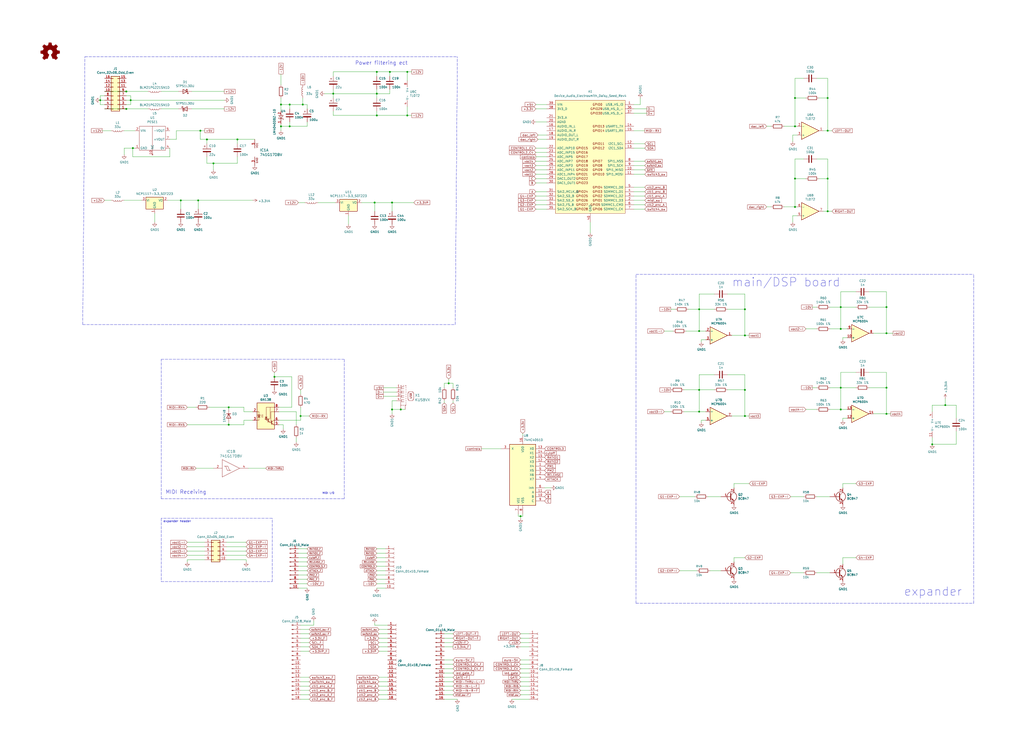
<source format=kicad_sch>
(kicad_sch (version 20211123) (generator eeschema)
  (paper "User" 597.103 436.067)
  (junction (at 490.22 179.07))
  (junction (at 228.6 118.11))
  (junction (at 482.6 123.19))
  (junction (at 407.67 180.34))
  (junction (at 463.55 73.66))
  (junction (at 160.02 219.71))
  (junction (at 105.41 116.84))
  (junction (at 490.22 238.76))
  (junction (at 490.22 226.06))
  (junction (at 434.34 195.58))
  (junction (at 543.56 259.08))
  (junction (at 434.34 242.57))
  (junction (at 261.62 223.52))
  (junction (at 194.31 54.61))
  (junction (at 163.83 60.96))
  (junction (at 516.89 179.07))
  (junction (at 218.44 118.11))
  (junction (at 227.33 41.91))
  (junction (at 237.49 67.31))
  (junction (at 463.55 120.65))
  (junction (at 77.47 86.36))
  (junction (at 434.34 180.34))
  (junction (at 124.46 95.25))
  (junction (at 463.55 104.14))
  (junction (at 228.6 238.76))
  (junction (at 463.55 57.15))
  (junction (at 516.89 194.31))
  (junction (at 163.83 73.66))
  (junction (at 516.89 226.06))
  (junction (at 407.67 193.04))
  (junction (at 407.67 240.03))
  (junction (at 219.71 67.31))
  (junction (at 516.89 241.3))
  (junction (at 133.35 237.49))
  (junction (at 168.91 73.66))
  (junction (at 115.57 116.84))
  (junction (at 233.68 238.76))
  (junction (at 76.2 58.42))
  (junction (at 133.35 247.65))
  (junction (at 58.42 58.42))
  (junction (at 482.6 104.14))
  (junction (at 407.67 227.33))
  (junction (at 434.34 227.33))
  (junction (at 175.26 242.57))
  (junction (at 482.6 76.2))
  (junction (at 138.43 81.28))
  (junction (at 168.91 60.96))
  (junction (at 551.18 236.22))
  (junction (at 73.66 63.5))
  (junction (at 482.6 57.15))
  (junction (at 120.65 81.28))
  (junction (at 219.71 54.61))
  (junction (at 73.66 53.34))
  (junction (at 116.84 76.2))
  (junction (at 219.71 41.91))
  (junction (at 176.53 60.96))
  (junction (at 237.49 41.91))
  (junction (at 303.53 300.99))
  (junction (at 490.22 191.77))
  (wire (pts (xy 58.42 60.96) (xy 58.42 58.42)))
  (wire (pts (xy 393.7 180.34) (xy 391.16 180.34)))
  (wire (pts (xy 483.87 191.77) (xy 490.22 191.77)))
  (wire (pts (xy 142.24 240.03) (xy 147.32 240.03)))
  (wire (pts (xy 259.08 407.67) (xy 266.7 407.67)))
  (wire (pts (xy 124.46 95.25) (xy 138.43 95.25)))
  (wire (pts (xy 60.96 60.96) (xy 58.42 60.96)))
  (wire (pts (xy 407.67 180.34) (xy 416.56 180.34)))
  (wire (pts (xy 233.68 238.76) (xy 236.22 238.76)))
  (wire (pts (xy 434.34 218.44) (xy 434.34 227.33)))
  (wire (pts (xy 227.33 41.91) (xy 237.49 41.91)))
  (wire (pts (xy 398.78 240.03) (xy 407.67 240.03)))
  (wire (pts (xy 308.61 397.51) (xy 303.53 397.51)))
  (wire (pts (xy 312.42 114.3) (xy 318.77 114.3)))
  (wire (pts (xy 99.06 81.28) (xy 102.87 81.28)))
  (wire (pts (xy 462.28 78.74) (xy 462.28 82.55)))
  (wire (pts (xy 179.07 73.66) (xy 168.91 73.66)))
  (wire (pts (xy 369.57 116.84) (xy 375.92 116.84)))
  (wire (pts (xy 231.14 226.06) (xy 223.52 226.06)))
  (wire (pts (xy 434.34 171.45) (xy 434.34 180.34)))
  (wire (pts (xy 160.02 219.71) (xy 160.02 217.17)))
  (wire (pts (xy 416.56 171.45) (xy 407.67 171.45)))
  (wire (pts (xy 308.61 384.81) (xy 303.53 384.81)))
  (wire (pts (xy 318.77 104.14) (xy 312.42 104.14)))
  (wire (pts (xy 375.92 76.2) (xy 369.57 76.2)))
  (wire (pts (xy 175.26 394.97) (xy 180.34 394.97)))
  (wire (pts (xy 482.6 104.14) (xy 482.6 123.19)))
  (wire (pts (xy 516.89 194.31) (xy 509.27 194.31)))
  (polyline (pts (xy 370.84 160.02) (xy 567.69 160.02)))
  (wire (pts (xy 60.96 55.88) (xy 58.42 55.88)))
  (wire (pts (xy 219.71 64.77) (xy 219.71 67.31)))
  (wire (pts (xy 231.14 233.68) (xy 228.6 233.68)))
  (wire (pts (xy 185.42 118.11) (xy 195.58 118.11)))
  (wire (pts (xy 464.82 125.73) (xy 462.28 125.73)))
  (wire (pts (xy 482.6 45.72) (xy 482.6 57.15)))
  (wire (pts (xy 303.53 300.99) (xy 304.8 300.99)))
  (wire (pts (xy 162.56 247.65) (xy 165.1 247.65)))
  (wire (pts (xy 259.08 402.59) (xy 264.16 402.59)))
  (wire (pts (xy 173.99 327.66) (xy 179.07 327.66)))
  (wire (pts (xy 473.71 179.07) (xy 476.25 179.07)))
  (wire (pts (xy 175.26 397.51) (xy 180.34 397.51)))
  (wire (pts (xy 220.98 394.97) (xy 226.06 394.97)))
  (wire (pts (xy 491.49 281.94) (xy 491.49 284.48)))
  (wire (pts (xy 99.06 91.44) (xy 77.47 91.44)))
  (wire (pts (xy 424.18 218.44) (xy 434.34 218.44)))
  (wire (pts (xy 463.55 92.71) (xy 463.55 104.14)))
  (wire (pts (xy 490.22 179.07) (xy 490.22 191.77)))
  (wire (pts (xy 172.72 240.03) (xy 172.72 247.65)))
  (wire (pts (xy 476.25 334.01) (xy 483.87 334.01)))
  (wire (pts (xy 407.67 193.04) (xy 411.48 193.04)))
  (wire (pts (xy 226.06 367.03) (xy 220.98 367.03)))
  (wire (pts (xy 105.41 121.92) (xy 105.41 116.84)))
  (wire (pts (xy 414.02 332.74) (xy 420.37 332.74)))
  (wire (pts (xy 224.79 327.66) (xy 219.71 327.66)))
  (wire (pts (xy 259.08 223.52) (xy 261.62 223.52)))
  (wire (pts (xy 499.11 217.17) (xy 490.22 217.17)))
  (wire (pts (xy 64.77 116.84) (xy 60.96 116.84)))
  (wire (pts (xy 173.99 325.12) (xy 179.07 325.12)))
  (wire (pts (xy 177.8 118.11) (xy 173.99 118.11)))
  (polyline (pts (xy 93.98 209.55) (xy 200.66 209.55)))
  (wire (pts (xy 259.08 394.97) (xy 264.16 394.97)))
  (wire (pts (xy 227.33 54.61) (xy 219.71 54.61)))
  (wire (pts (xy 173.99 330.2) (xy 179.07 330.2)))
  (wire (pts (xy 93.98 63.5) (xy 104.14 63.5)))
  (polyline (pts (xy 200.66 209.55) (xy 200.66 290.83)))
  (wire (pts (xy 228.6 238.76) (xy 233.68 238.76)))
  (wire (pts (xy 163.83 64.77) (xy 163.83 60.96)))
  (wire (pts (xy 408.94 245.11) (xy 408.94 246.38)))
  (wire (pts (xy 434.34 195.58) (xy 426.72 195.58)))
  (wire (pts (xy 132.08 321.31) (xy 143.51 321.31)))
  (wire (pts (xy 175.26 367.03) (xy 180.34 367.03)))
  (wire (pts (xy 424.18 171.45) (xy 434.34 171.45)))
  (wire (pts (xy 375.92 119.38) (xy 369.57 119.38)))
  (wire (pts (xy 115.57 121.92) (xy 115.57 116.84)))
  (wire (pts (xy 411.48 198.12) (xy 408.94 198.12)))
  (wire (pts (xy 162.56 240.03) (xy 172.72 240.03)))
  (wire (pts (xy 228.6 123.19) (xy 228.6 118.11)))
  (wire (pts (xy 173.99 337.82) (xy 179.07 337.82)))
  (wire (pts (xy 111.76 53.34) (xy 130.81 53.34)))
  (wire (pts (xy 182.88 364.49) (xy 182.88 361.95)))
  (wire (pts (xy 138.43 95.25) (xy 138.43 91.44)))
  (wire (pts (xy 148.59 81.28) (xy 138.43 81.28)))
  (wire (pts (xy 312.42 116.84) (xy 318.77 116.84)))
  (wire (pts (xy 218.44 118.11) (xy 228.6 118.11)))
  (wire (pts (xy 375.92 93.98) (xy 369.57 93.98)))
  (wire (pts (xy 369.57 66.04) (xy 377.19 66.04)))
  (wire (pts (xy 494.03 243.84) (xy 491.49 243.84)))
  (polyline (pts (xy 200.66 290.83) (xy 93.98 290.83)))
  (wire (pts (xy 369.57 60.96) (xy 373.38 60.96)))
  (wire (pts (xy 302.26 300.99) (xy 303.53 300.99)))
  (wire (pts (xy 218.44 123.19) (xy 218.44 118.11)))
  (wire (pts (xy 482.6 92.71) (xy 482.6 104.14)))
  (wire (pts (xy 227.33 52.07) (xy 227.33 54.61)))
  (wire (pts (xy 73.66 55.88) (xy 76.2 55.88)))
  (wire (pts (xy 175.26 242.57) (xy 175.26 245.11)))
  (wire (pts (xy 317.5 284.48) (xy 321.31 284.48)))
  (wire (pts (xy 308.61 377.19) (xy 303.53 377.19)))
  (wire (pts (xy 60.96 53.34) (xy 73.66 53.34)))
  (wire (pts (xy 412.75 289.56) (xy 420.37 289.56)))
  (wire (pts (xy 557.53 259.08) (xy 543.56 259.08)))
  (wire (pts (xy 463.55 57.15) (xy 469.9 57.15)))
  (wire (pts (xy 73.66 60.96) (xy 76.2 60.96)))
  (wire (pts (xy 60.96 58.42) (xy 58.42 58.42)))
  (wire (pts (xy 194.31 54.61) (xy 219.71 54.61)))
  (wire (pts (xy 73.66 63.5) (xy 86.36 63.5)))
  (wire (pts (xy 120.65 95.25) (xy 120.65 91.44)))
  (polyline (pts (xy 93.98 302.26) (xy 93.98 339.09)))
  (wire (pts (xy 228.6 118.11) (xy 241.3 118.11)))
  (wire (pts (xy 490.22 217.17) (xy 490.22 226.06)))
  (wire (pts (xy 407.67 227.33) (xy 407.67 240.03)))
  (wire (pts (xy 463.55 73.66) (xy 463.55 57.15)))
  (wire (pts (xy 259.08 387.35) (xy 264.16 387.35)))
  (wire (pts (xy 168.91 60.96) (xy 168.91 63.5)))
  (wire (pts (xy 313.69 78.74) (xy 318.77 78.74)))
  (wire (pts (xy 142.24 245.11) (xy 147.32 245.11)))
  (wire (pts (xy 259.08 369.57) (xy 264.16 369.57)))
  (wire (pts (xy 482.6 76.2) (xy 485.14 76.2)))
  (wire (pts (xy 375.92 96.52) (xy 369.57 96.52)))
  (wire (pts (xy 175.26 377.19) (xy 180.34 377.19)))
  (wire (pts (xy 231.14 228.6) (xy 223.52 228.6)))
  (wire (pts (xy 468.63 45.72) (xy 463.55 45.72)))
  (wire (pts (xy 434.34 242.57) (xy 426.72 242.57)))
  (wire (pts (xy 175.26 369.57) (xy 180.34 369.57)))
  (wire (pts (xy 224.79 340.36) (xy 219.71 340.36)))
  (wire (pts (xy 58.42 55.88) (xy 58.42 58.42)))
  (wire (pts (xy 259.08 377.19) (xy 264.16 377.19)))
  (wire (pts (xy 224.79 322.58) (xy 219.71 322.58)))
  (wire (pts (xy 264.16 223.52) (xy 264.16 226.06)))
  (wire (pts (xy 64.77 76.2) (xy 59.69 76.2)))
  (wire (pts (xy 210.82 118.11) (xy 218.44 118.11)))
  (wire (pts (xy 173.99 322.58) (xy 179.07 322.58)))
  (wire (pts (xy 469.9 191.77) (xy 476.25 191.77)))
  (wire (pts (xy 557.53 251.46) (xy 557.53 259.08)))
  (wire (pts (xy 170.18 237.49) (xy 170.18 219.71)))
  (wire (pts (xy 516.89 194.31) (xy 520.7 194.31)))
  (wire (pts (xy 78.74 86.36) (xy 77.47 86.36)))
  (wire (pts (xy 259.08 405.13) (xy 264.16 405.13)))
  (wire (pts (xy 483.87 238.76) (xy 490.22 238.76)))
  (wire (pts (xy 387.35 193.04) (xy 392.43 193.04)))
  (wire (pts (xy 219.71 67.31) (xy 237.49 67.31)))
  (wire (pts (xy 480.06 76.2) (xy 482.6 76.2)))
  (wire (pts (xy 111.76 63.5) (xy 130.81 63.5)))
  (wire (pts (xy 375.92 101.6) (xy 369.57 101.6)))
  (wire (pts (xy 226.06 374.65) (xy 220.98 374.65)))
  (wire (pts (xy 120.65 81.28) (xy 116.84 81.28)))
  (wire (pts (xy 237.49 46.99) (xy 237.49 41.91)))
  (wire (pts (xy 194.31 41.91) (xy 219.71 41.91)))
  (wire (pts (xy 120.65 81.28) (xy 120.65 83.82)))
  (wire (pts (xy 163.83 73.66) (xy 168.91 73.66)))
  (polyline (pts (xy 93.98 290.83) (xy 93.98 209.55)))
  (polyline (pts (xy 567.69 351.79) (xy 567.69 160.02)))
  (polyline (pts (xy 265.43 189.23) (xy 266.7 33.02)))
  (wire (pts (xy 434.34 242.57) (xy 436.88 242.57)))
  (wire (pts (xy 76.2 58.42) (xy 130.81 58.42)))
  (wire (pts (xy 312.42 119.38) (xy 318.77 119.38)))
  (wire (pts (xy 175.26 364.49) (xy 182.88 364.49)))
  (wire (pts (xy 473.71 226.06) (xy 476.25 226.06)))
  (wire (pts (xy 369.57 63.5) (xy 377.19 63.5)))
  (wire (pts (xy 516.89 241.3) (xy 519.43 241.3)))
  (wire (pts (xy 516.89 217.17) (xy 516.89 226.06)))
  (wire (pts (xy 308.61 389.89) (xy 303.53 389.89)))
  (wire (pts (xy 259.08 226.06) (xy 259.08 223.52)))
  (wire (pts (xy 168.91 60.96) (xy 176.53 60.96)))
  (wire (pts (xy 90.17 124.46) (xy 90.17 129.54)))
  (wire (pts (xy 318.77 86.36) (xy 312.42 86.36)))
  (wire (pts (xy 476.25 289.56) (xy 483.87 289.56)))
  (wire (pts (xy 237.49 67.31) (xy 240.03 67.31)))
  (wire (pts (xy 109.22 247.65) (xy 133.35 247.65)))
  (wire (pts (xy 109.22 321.31) (xy 119.38 321.31)))
  (wire (pts (xy 175.26 242.57) (xy 180.34 242.57)))
  (wire (pts (xy 173.99 342.9) (xy 179.07 342.9)))
  (wire (pts (xy 124.46 95.25) (xy 124.46 99.06)))
  (wire (pts (xy 218.44 364.49) (xy 226.06 364.49)))
  (wire (pts (xy 477.52 104.14) (xy 482.6 104.14)))
  (wire (pts (xy 447.04 73.66) (xy 449.58 73.66)))
  (wire (pts (xy 133.35 247.65) (xy 142.24 247.65)))
  (wire (pts (xy 175.26 379.73) (xy 180.34 379.73)))
  (wire (pts (xy 224.79 335.28) (xy 219.71 335.28)))
  (wire (pts (xy 375.92 109.22) (xy 369.57 109.22)))
  (wire (pts (xy 132.08 316.23) (xy 143.51 316.23)))
  (wire (pts (xy 109.22 326.39) (xy 109.22 327.66)))
  (wire (pts (xy 434.34 195.58) (xy 436.88 195.58)))
  (wire (pts (xy 463.55 45.72) (xy 463.55 57.15)))
  (wire (pts (xy 203.2 125.73) (xy 203.2 130.81)))
  (wire (pts (xy 312.42 99.06) (xy 318.77 99.06)))
  (wire (pts (xy 224.79 320.04) (xy 219.71 320.04)))
  (wire (pts (xy 76.2 55.88) (xy 76.2 58.42)))
  (wire (pts (xy 224.79 332.74) (xy 219.71 332.74)))
  (wire (pts (xy 491.49 325.12) (xy 491.49 328.93)))
  (wire (pts (xy 163.83 72.39) (xy 163.83 73.66)))
  (wire (pts (xy 434.34 180.34) (xy 434.34 195.58)))
  (polyline (pts (xy 48.26 189.23) (xy 49.53 33.02)))
  (wire (pts (xy 102.87 76.2) (xy 116.84 76.2)))
  (wire (pts (xy 516.89 179.07) (xy 516.89 194.31)))
  (wire (pts (xy 227.33 44.45) (xy 227.33 41.91)))
  (wire (pts (xy 115.57 116.84) (xy 147.32 116.84)))
  (wire (pts (xy 259.08 374.65) (xy 264.16 374.65)))
  (wire (pts (xy 261.62 223.52) (xy 264.16 223.52)))
  (wire (pts (xy 220.98 397.51) (xy 226.06 397.51)))
  (wire (pts (xy 312.42 71.12) (xy 318.77 71.12)))
  (wire (pts (xy 491.49 196.85) (xy 491.49 198.12)))
  (wire (pts (xy 461.01 289.56) (xy 468.63 289.56)))
  (wire (pts (xy 464.82 78.74) (xy 462.28 78.74)))
  (wire (pts (xy 116.84 76.2) (xy 119.38 76.2)))
  (wire (pts (xy 434.34 227.33) (xy 434.34 242.57)))
  (wire (pts (xy 226.06 377.19) (xy 220.98 377.19)))
  (wire (pts (xy 99.06 86.36) (xy 99.06 91.44)))
  (wire (pts (xy 165.1 247.65) (xy 165.1 250.19)))
  (wire (pts (xy 259.08 372.11) (xy 264.16 372.11)))
  (wire (pts (xy 303.53 392.43) (xy 308.61 392.43)))
  (wire (pts (xy 173.99 332.74) (xy 179.07 332.74)))
  (wire (pts (xy 219.71 54.61) (xy 219.71 52.07)))
  (polyline (pts (xy 158.75 302.26) (xy 93.98 302.26)))
  (wire (pts (xy 499.11 170.18) (xy 490.22 170.18)))
  (wire (pts (xy 312.42 121.92) (xy 318.77 121.92)))
  (wire (pts (xy 490.22 179.07) (xy 499.11 179.07)))
  (wire (pts (xy 176.53 60.96) (xy 176.53 57.15)))
  (wire (pts (xy 259.08 384.81) (xy 264.16 384.81)))
  (wire (pts (xy 93.98 53.34) (xy 104.14 53.34)))
  (wire (pts (xy 72.39 86.36) (xy 77.47 86.36)))
  (wire (pts (xy 116.84 76.2) (xy 116.84 81.28)))
  (wire (pts (xy 72.39 116.84) (xy 82.55 116.84)))
  (wire (pts (xy 408.94 198.12) (xy 408.94 199.39)))
  (wire (pts (xy 76.2 60.96) (xy 76.2 58.42)))
  (wire (pts (xy 133.35 237.49) (xy 142.24 237.49)))
  (wire (pts (xy 175.26 372.11) (xy 180.34 372.11)))
  (wire (pts (xy 194.31 64.77) (xy 194.31 67.31)))
  (wire (pts (xy 469.9 238.76) (xy 476.25 238.76)))
  (wire (pts (xy 224.79 325.12) (xy 219.71 325.12)))
  (wire (pts (xy 173.99 340.36) (xy 179.07 340.36)))
  (wire (pts (xy 219.71 41.91) (xy 227.33 41.91)))
  (wire (pts (xy 220.98 379.73) (xy 226.06 379.73)))
  (wire (pts (xy 424.18 227.33) (xy 434.34 227.33)))
  (wire (pts (xy 457.2 120.65) (xy 463.55 120.65)))
  (wire (pts (xy 261.62 220.98) (xy 261.62 223.52)))
  (wire (pts (xy 506.73 179.07) (xy 516.89 179.07)))
  (wire (pts (xy 304.8 252.73) (xy 304.8 254)))
  (wire (pts (xy 304.8 299.72) (xy 304.8 300.99)))
  (wire (pts (xy 318.77 63.5) (xy 312.42 63.5)))
  (wire (pts (xy 180.34 407.67) (xy 175.26 407.67)))
  (wire (pts (xy 168.91 71.12) (xy 168.91 73.66)))
  (wire (pts (xy 375.92 114.3) (xy 369.57 114.3)))
  (polyline (pts (xy 370.84 351.79) (xy 370.84 160.02)))
  (wire (pts (xy 494.03 196.85) (xy 491.49 196.85)))
  (wire (pts (xy 176.53 60.96) (xy 179.07 60.96)))
  (wire (pts (xy 516.89 226.06) (xy 516.89 241.3)))
  (wire (pts (xy 163.83 43.18) (xy 163.83 49.53)))
  (wire (pts (xy 259.08 233.68) (xy 259.08 234.95)))
  (wire (pts (xy 308.61 405.13) (xy 303.53 405.13)))
  (wire (pts (xy 224.79 330.2) (xy 219.71 330.2)))
  (wire (pts (xy 369.57 121.92) (xy 375.92 121.92)))
  (wire (pts (xy 73.66 53.34) (xy 86.36 53.34)))
  (wire (pts (xy 400.05 193.04) (xy 407.67 193.04)))
  (wire (pts (xy 308.61 387.35) (xy 303.53 387.35)))
  (wire (pts (xy 105.41 116.84) (xy 115.57 116.84)))
  (wire (pts (xy 168.91 60.96) (xy 163.83 60.96)))
  (wire (pts (xy 506.73 226.06) (xy 516.89 226.06)))
  (polyline (pts (xy 93.98 339.09) (xy 158.75 339.09)))
  (wire (pts (xy 407.67 180.34) (xy 407.67 193.04)))
  (wire (pts (xy 401.32 180.34) (xy 407.67 180.34)))
  (wire (pts (xy 308.61 407.67) (xy 298.45 407.67)))
  (wire (pts (xy 142.24 237.49) (xy 142.24 240.03)))
  (wire (pts (xy 224.79 337.82) (xy 219.71 337.82)))
  (wire (pts (xy 120.65 81.28) (xy 138.43 81.28)))
  (polyline (pts (xy 370.84 351.79) (xy 567.69 351.79)))
  (wire (pts (xy 490.22 226.06) (xy 490.22 238.76)))
  (wire (pts (xy 173.99 320.04) (xy 179.07 320.04)))
  (wire (pts (xy 194.31 67.31) (xy 219.71 67.31)))
  (wire (pts (xy 77.47 91.44) (xy 77.47 86.36)))
  (polyline (pts (xy 49.53 33.02) (xy 266.7 33.02)))
  (wire (pts (xy 162.56 237.49) (xy 170.18 237.49)))
  (wire (pts (xy 543.56 255.27) (xy 543.56 259.08)))
  (wire (pts (xy 416.56 218.44) (xy 407.67 218.44)))
  (wire (pts (xy 436.88 281.94) (xy 427.99 281.94)))
  (wire (pts (xy 303.53 300.99) (xy 303.53 302.26)))
  (wire (pts (xy 259.08 392.43) (xy 264.16 392.43)))
  (wire (pts (xy 175.26 374.65) (xy 180.34 374.65)))
  (wire (pts (xy 375.92 99.06) (xy 369.57 99.06)))
  (wire (pts (xy 220.98 407.67) (xy 226.06 407.67)))
  (wire (pts (xy 237.49 41.91) (xy 240.03 41.91)))
  (wire (pts (xy 60.96 63.5) (xy 73.66 63.5)))
  (wire (pts (xy 312.42 106.68) (xy 318.77 106.68)))
  (wire (pts (xy 124.46 95.25) (xy 120.65 95.25)))
  (wire (pts (xy 292.1 261.62) (xy 280.67 261.62)))
  (wire (pts (xy 175.26 237.49) (xy 175.26 242.57)))
  (polyline (pts (xy 48.26 189.23) (xy 265.43 189.23)))
  (wire (pts (xy 407.67 218.44) (xy 407.67 227.33)))
  (wire (pts (xy 175.26 229.87) (xy 175.26 227.33)))
  (wire (pts (xy 344.17 129.54) (xy 344.17 135.89)))
  (wire (pts (xy 516.89 241.3) (xy 509.27 241.3)))
  (wire (pts (xy 220.98 372.11) (xy 226.06 372.11)))
  (wire (pts (xy 375.92 86.36) (xy 369.57 86.36)))
  (wire (pts (xy 194.31 57.15) (xy 194.31 54.61)))
  (wire (pts (xy 476.25 45.72) (xy 482.6 45.72)))
  (wire (pts (xy 543.56 236.22) (xy 551.18 236.22)))
  (wire (pts (xy 218.44 364.49) (xy 218.44 363.22)))
  (wire (pts (xy 396.24 332.74) (xy 406.4 332.74)))
  (wire (pts (xy 461.01 334.01) (xy 468.63 334.01)))
  (wire (pts (xy 463.55 120.65) (xy 463.55 104.14)))
  (wire (pts (xy 312.42 111.76) (xy 318.77 111.76)))
  (wire (pts (xy 179.07 60.96) (xy 179.07 63.5)))
  (wire (pts (xy 175.26 245.11) (xy 162.56 245.11)))
  (wire (pts (xy 375.92 83.82) (xy 369.57 83.82)))
  (wire (pts (xy 109.22 326.39) (xy 119.38 326.39)))
  (wire (pts (xy 220.98 400.05) (xy 226.06 400.05)))
  (wire (pts (xy 109.22 316.23) (xy 119.38 316.23)))
  (wire (pts (xy 121.92 237.49) (xy 133.35 237.49)))
  (wire (pts (xy 424.18 180.34) (xy 434.34 180.34)))
  (wire (pts (xy 476.25 92.71) (xy 482.6 92.71)))
  (wire (pts (xy 170.18 219.71) (xy 160.02 219.71)))
  (wire (pts (xy 219.71 54.61) (xy 219.71 57.15)))
  (wire (pts (xy 411.48 245.11) (xy 408.94 245.11)))
  (wire (pts (xy 224.79 342.9) (xy 219.71 342.9)))
  (wire (pts (xy 447.04 120.65) (xy 449.58 120.65)))
  (wire (pts (xy 259.08 397.51) (xy 264.16 397.51)))
  (wire (pts (xy 194.31 41.91) (xy 194.31 44.45)))
  (wire (pts (xy 407.67 227.33) (xy 416.56 227.33)))
  (wire (pts (xy 373.38 60.96) (xy 373.38 57.15)))
  (wire (pts (xy 407.67 240.03) (xy 411.48 240.03)))
  (wire (pts (xy 220.98 405.13) (xy 226.06 405.13)))
  (wire (pts (xy 231.14 231.14) (xy 223.52 231.14)))
  (wire (pts (xy 264.16 233.68) (xy 264.16 234.95)))
  (wire (pts (xy 76.2 58.42) (xy 73.66 58.42)))
  (wire (pts (xy 308.61 400.05) (xy 303.53 400.05)))
  (wire (pts (xy 318.77 60.96) (xy 312.42 60.96)))
  (wire (pts (xy 226.06 369.57) (xy 220.98 369.57)))
  (wire (pts (xy 132.08 318.77) (xy 143.51 318.77)))
  (wire (pts (xy 499.11 281.94) (xy 491.49 281.94)))
  (wire (pts (xy 133.35 238.76) (xy 133.35 237.49)))
  (wire (pts (xy 179.07 71.12) (xy 179.07 73.66)))
  (wire (pts (xy 462.28 125.73) (xy 462.28 129.54)))
  (wire (pts (xy 480.06 123.19) (xy 482.6 123.19)))
  (wire (pts (xy 138.43 83.82) (xy 138.43 81.28)))
  (wire (pts (xy 506.73 217.17) (xy 516.89 217.17)))
  (wire (pts (xy 228.6 233.68) (xy 228.6 238.76)))
  (wire (pts (xy 427.99 325.12) (xy 427.99 327.66)))
  (wire (pts (xy 97.79 116.84) (xy 105.41 116.84)))
  (wire (pts (xy 259.08 389.89) (xy 264.16 389.89)))
  (wire (pts (xy 482.6 57.15) (xy 482.6 76.2)))
  (wire (pts (xy 516.89 170.18) (xy 516.89 179.07)))
  (wire (pts (xy 482.6 123.19) (xy 485.14 123.19)))
  (wire (pts (xy 427.99 281.94) (xy 427.99 284.48)))
  (wire (pts (xy 308.61 374.65) (xy 303.53 374.65)))
  (wire (pts (xy 318.77 88.9) (xy 312.42 88.9)))
  (wire (pts (xy 124.46 273.05) (xy 114.3 273.05)))
  (wire (pts (xy 396.24 289.56) (xy 405.13 289.56)))
  (wire (pts (xy 375.92 111.76) (xy 369.57 111.76)))
  (wire (pts (xy 109.22 318.77) (xy 119.38 318.77)))
  (wire (pts (xy 180.34 405.13) (xy 175.26 405.13)))
  (wire (pts (xy 180.34 400.05) (xy 175.26 400.05)))
  (wire (pts (xy 312.42 91.44) (xy 318.77 91.44)))
  (wire (pts (xy 491.49 243.84) (xy 491.49 245.11)))
  (wire (pts (xy 477.52 57.15) (xy 482.6 57.15)))
  (wire (pts (xy 463.55 73.66) (xy 464.82 73.66)))
  (wire (pts (xy 468.63 92.71) (xy 463.55 92.71)))
  (wire (pts (xy 313.69 81.28) (xy 318.77 81.28)))
  (wire (pts (xy 303.53 372.11) (xy 308.61 372.11)))
  (wire (pts (xy 506.73 170.18) (xy 516.89 170.18)))
  (wire (pts (xy 302.26 299.72) (xy 302.26 300.99)))
  (wire (pts (xy 490.22 191.77) (xy 494.03 191.77)))
  (wire (pts (xy 463.55 104.14) (xy 469.9 104.14)))
  (wire (pts (xy 163.83 73.66) (xy 163.83 76.2)))
  (wire (pts (xy 194.31 54.61) (xy 189.23 54.61)))
  (wire (pts (xy 109.22 323.85) (xy 119.38 323.85)))
  (wire (pts (xy 483.87 226.06) (xy 490.22 226.06)))
  (wire (pts (xy 237.49 62.23) (xy 237.49 67.31)))
  (wire (pts (xy 142.24 247.65) (xy 142.24 245.11)))
  (wire (pts (xy 463.55 120.65) (xy 464.82 120.65)))
  (wire (pts (xy 228.6 238.76) (xy 228.6 241.3)))
  (wire (pts (xy 308.61 402.59) (xy 303.53 402.59)))
  (wire (pts (xy 163.83 57.15) (xy 163.83 60.96)))
  (wire (pts (xy 133.35 246.38) (xy 133.35 247.65)))
  (wire (pts (xy 144.78 273.05) (xy 154.94 273.05)))
  (wire (pts (xy 490.22 170.18) (xy 490.22 179.07)))
  (wire (pts (xy 398.78 227.33) (xy 407.67 227.33)))
  (wire (pts (xy 318.77 96.52) (xy 312.42 96.52)))
  (wire (pts (xy 259.08 400.05) (xy 264.16 400.05)))
  (wire (pts (xy 457.2 73.66) (xy 463.55 73.66)))
  (wire (pts (xy 102.87 76.2) (xy 102.87 81.28)))
  (wire (pts (xy 132.08 326.39) (xy 143.51 326.39)))
  (wire (pts (xy 543.56 236.22) (xy 543.56 240.03)))
  (wire (pts (xy 557.53 236.22) (xy 557.53 243.84)))
  (wire (pts (xy 483.87 179.07) (xy 490.22 179.07)))
  (wire (pts (xy 387.35 240.03) (xy 391.16 240.03)))
  (wire (pts (xy 72.39 86.36) (xy 72.39 90.17)))
  (wire (pts (xy 173.99 335.28) (xy 179.07 335.28)))
  (polyline (pts (xy 158.75 339.09) (xy 158.75 302.26)))
  (wire (pts (xy 172.72 255.27) (xy 172.72 257.81)))
  (wire (pts (xy 180.34 402.59) (xy 175.26 402.59)))
  (wire (pts (xy 434.34 325.12) (xy 427.99 325.12)))
  (wire (pts (xy 407.67 171.45) (xy 407.67 180.34)))
  (wire (pts (xy 219.71 44.45) (xy 219.71 41.91)))
  (wire (pts (xy 114.3 237.49) (xy 109.22 237.49)))
  (wire (pts (xy 303.53 369.57) (xy 308.61 369.57)))
  (wire (pts (xy 308.61 394.97) (xy 303.53 394.97)))
  (wire (pts (xy 551.18 236.22) (xy 557.53 236.22)))
  (wire (pts (xy 194.31 54.61) (xy 194.31 52.07)))
  (wire (pts (xy 490.22 226.06) (xy 499.11 226.06)))
  (wire (pts (xy 132.08 323.85) (xy 143.51 323.85)))
  (wire (pts (xy 143.51 326.39) (xy 143.51 327.66)))
  (wire (pts (xy 72.39 76.2) (xy 78.74 76.2)))
  (wire (pts (xy 490.22 238.76) (xy 494.03 238.76)))
  (wire (pts (xy 312.42 101.6) (xy 318.77 101.6)))
  (wire (pts (xy 318.77 93.98) (xy 312.42 93.98)))
  (wire (pts (xy 220.98 402.59) (xy 226.06 402.59)))
  (wire (pts (xy 551.18 232.41) (xy 551.18 236.22)))
  (wire (pts (xy 499.11 325.12) (xy 491.49 325.12)))
  (text "MIDI Receiving" (at 96.52 288.29 0) (effects (font (size 2.159 2.159)) (justify left bottom)))
  (text "expander" (at 527.05 347.98 0) (effects (font (size 5.0038 5.0038)) (justify left bottom)))
  (text "MIDI I/O" (at 187.96 288.29 0) (effects (font (size 1.0668 1.0668)) (justify left bottom)))
  (text "expander header" (at 95.25 304.8 0) (effects (font (size 1.27 1.27)) (justify left bottom)))
  (text "main/DSP board" (at 426.72 167.64 0) (effects (font (size 5.0038 5.0038)) (justify left bottom)))
  (text "Power filtering ect" (at 207.01 38.1 0) (effects (font (size 2.159 2.159)) (justify left bottom)))
  (global_label "+12V-F" (shape bidirectional) (at 264.16 374.65 0) (effects (font (size 1.016 1.016))) (property "Intersheet References" "${INTERSHEET_REFS}" (effects hide)))
  (global_label "ctl1_enc_A_F" (shape input) (at 180.34 400.05 0) (property "Intersheet References" "${INTERSHEET_REFS}" (effects hide)))
  (global_label "cutoff" (shape input) (at 219.71 325.12 180) (effects (font (size 1.016 1.016))) (property "Intersheet References" "${INTERSHEET_REFS}" (effects hide)))
  (global_label "+3.3VP_F" (shape input) (at 180.34 379.73 0) (property "Intersheet References" "${INTERSHEET_REFS}" (effects hide)))
  (global_label "switch1_sw-F" (shape input) (at 180.34 367.03 0) (effects (font (size 1.016 1.016))) (property "Intersheet References" "${INTERSHEET_REFS}" (effects hide)))
  (global_label "RELEASE" (shape input) (at 219.71 327.66 180) (effects (font (size 1.016 1.016))) (property "Intersheet References" "${INTERSHEET_REFS}" (effects hide)))
  (global_label "dac_left" (shape input) (at 447.04 73.66 180) (property "Intersheet References" "${INTERSHEET_REFS}" (effects hide)))
  (global_label "PM2" (shape input) (at 219.71 335.28 180) (effects (font (size 1.016 1.016))) (property "Intersheet References" "${INTERSHEET_REFS}" (effects hide)))
  (global_label "+3.3V" (shape input) (at 175.26 227.33 90) (property "Intersheet References" "${INTERSHEET_REFS}" (effects hide)))
  (global_label "G4-EXP" (shape input) (at 312.42 114.3 180) (property "Intersheet References" "${INTERSHEET_REFS}" (effects hide)))
  (global_label "SCL" (shape input) (at 264.16 234.95 270) (property "Intersheet References" "${INTERSHEET_REFS}" (effects hide)))
  (global_label "SDA_F" (shape input) (at 180.34 377.19 0) (property "Intersheet References" "${INTERSHEET_REFS}" (effects hide)))
  (global_label "dac_right" (shape input) (at 447.04 120.65 180) (property "Intersheet References" "${INTERSHEET_REFS}" (effects hide)))
  (global_label "MIDI-THRU" (shape input) (at 303.53 397.51 180) (effects (font (size 1.016 1.016))) (property "Intersheet References" "${INTERSHEET_REFS}" (effects hide)))
  (global_label "+3.3V_F" (shape input) (at 180.34 372.11 0) (property "Intersheet References" "${INTERSHEET_REFS}" (effects hide)))
  (global_label "voct4" (shape input) (at 312.42 93.98 180) (property "Intersheet References" "${INTERSHEET_REFS}" (effects hide)))
  (global_label "ctl1_enc_A" (shape input) (at 220.98 400.05 180) (property "Intersheet References" "${INTERSHEET_REFS}" (effects hide)))
  (global_label "ctl1_enc_A" (shape input) (at 375.92 114.3 0) (property "Intersheet References" "${INTERSHEET_REFS}" (effects hide)))
  (global_label "CONTROL2_CV_F" (shape input) (at 264.16 389.89 0) (property "Intersheet References" "${INTERSHEET_REFS}" (effects hide)))
  (global_label "RIGHT-OUT" (shape input) (at 303.53 372.11 180) (property "Intersheet References" "${INTERSHEET_REFS}" (effects hide)))
  (global_label "switch4_sw_F" (shape input) (at 180.34 397.51 0) (property "Intersheet References" "${INTERSHEET_REFS}" (effects hide)))
  (global_label "SCL" (shape input) (at 375.92 83.82 0) (property "Intersheet References" "${INTERSHEET_REFS}" (effects hide)))
  (global_label "voct2" (shape passive) (at 520.7 194.31 0) (property "Intersheet References" "${INTERSHEET_REFS}" (effects hide)))
  (global_label "midi_sw" (shape input) (at 375.92 116.84 0) (property "Intersheet References" "${INTERSHEET_REFS}" (effects hide)))
  (global_label "B" (shape input) (at 317.5 289.56 0) (property "Intersheet References" "${INTERSHEET_REFS}" (effects hide)))
  (global_label "RATIO2_F" (shape input) (at 179.07 320.04 0) (effects (font (size 1.016 1.016))) (property "Intersheet References" "${INTERSHEET_REFS}" (effects hide)))
  (global_label "ctl2_enc_A_F" (shape input) (at 180.34 405.13 0) (property "Intersheet References" "${INTERSHEET_REFS}" (effects hide)))
  (global_label "switch2_sw" (shape input) (at 220.98 369.57 180) (effects (font (size 1.016 1.016))) (property "Intersheet References" "${INTERSHEET_REFS}" (effects hide)))
  (global_label "ATTACK_F" (shape input) (at 179.07 332.74 0) (effects (font (size 1.016 1.016))) (property "Intersheet References" "${INTERSHEET_REFS}" (effects hide)))
  (global_label "switch3_sw_F" (shape input) (at 180.34 394.97 0) (property "Intersheet References" "${INTERSHEET_REFS}" (effects hide)))
  (global_label "LEFT-OUT-F" (shape input) (at 264.16 369.57 0) (property "Intersheet References" "${INTERSHEET_REFS}" (effects hide)))
  (global_label "voct3-I" (shape input) (at 387.35 240.03 180) (property "Intersheet References" "${INTERSHEET_REFS}" (effects hide)))
  (global_label "voct3" (shape input) (at 312.42 96.52 180) (property "Intersheet References" "${INTERSHEET_REFS}" (effects hide)))
  (global_label "MIDI-RX4" (shape input) (at 303.53 402.59 180) (effects (font (size 1.016 1.016))) (property "Intersheet References" "${INTERSHEET_REFS}" (effects hide)))
  (global_label "GATE" (shape input) (at 375.92 99.06 0) (effects (font (size 1.016 1.016))) (property "Intersheet References" "${INTERSHEET_REFS}" (effects hide)))
  (global_label "MIDI-RX5" (shape input) (at 109.22 247.65 180) (property "Intersheet References" "${INTERSHEET_REFS}" (effects hide)))
  (global_label "MIDI-RX" (shape input) (at 114.3 273.05 180) (effects (font (size 1.016 1.016))) (property "Intersheet References" "${INTERSHEET_REFS}" (effects hide)))
  (global_label "GATE" (shape input) (at 303.53 394.97 180) (property "Intersheet References" "${INTERSHEET_REFS}" (effects hide)))
  (global_label "voct4" (shape passive) (at 519.43 241.3 0) (property "Intersheet References" "${INTERSHEET_REFS}" (effects hide)))
  (global_label "C" (shape input) (at 317.5 292.1 0) (property "Intersheet References" "${INTERSHEET_REFS}" (effects hide)))
  (global_label "G2-EXP-I" (shape input) (at 396.24 332.74 180) (property "Intersheet References" "${INTERSHEET_REFS}" (effects hide)))
  (global_label "voct1" (shape input) (at 312.42 101.6 180) (property "Intersheet References" "${INTERSHEET_REFS}" (effects hide)))
  (global_label "CONTROL3" (shape input) (at 219.71 330.2 180) (effects (font (size 1.016 1.016))) (property "Intersheet References" "${INTERSHEET_REFS}" (effects hide)))
  (global_label "ctl2_enc_A" (shape input) (at 375.92 119.38 0) (property "Intersheet References" "${INTERSHEET_REFS}" (effects hide)))
  (global_label "PM1" (shape input) (at 219.71 337.82 180) (effects (font (size 1.016 1.016))) (property "Intersheet References" "${INTERSHEET_REFS}" (effects hide)))
  (global_label "D+" (shape passive) (at 377.19 66.04 0) (property "Intersheet References" "${INTERSHEET_REFS}" (effects hide)))
  (global_label "CONTROL1_CV_F" (shape input) (at 264.16 387.35 0) (property "Intersheet References" "${INTERSHEET_REFS}" (effects hide)))
  (global_label "PM1" (shape input) (at 317.5 271.78 0) (property "Intersheet References" "${INTERSHEET_REFS}" (effects hide)))
  (global_label "switch4_sw" (shape input) (at 220.98 397.51 180) (property "Intersheet References" "${INTERSHEET_REFS}" (effects hide)))
  (global_label "ctl2_enc_B_F" (shape input) (at 180.34 407.67 0) (property "Intersheet References" "${INTERSHEET_REFS}" (effects hide)))
  (global_label "C" (shape input) (at 312.42 104.14 180) (property "Intersheet References" "${INTERSHEET_REFS}" (effects hide)))
  (global_label "switch2_sw-F" (shape input) (at 180.34 369.57 0) (effects (font (size 1.016 1.016))) (property "Intersheet References" "${INTERSHEET_REFS}" (effects hide)))
  (global_label "controls" (shape passive) (at 280.67 261.62 180) (property "Intersheet References" "${INTERSHEET_REFS}" (effects hide)))
  (global_label "switch1_sw" (shape input) (at 375.92 93.98 0) (effects (font (size 1.016 1.016))) (property "Intersheet References" "${INTERSHEET_REFS}" (effects hide)))
  (global_label "-10V" (shape input) (at 219.71 340.36 180) (property "Intersheet References" "${INTERSHEET_REFS}" (effects hide)))
  (global_label "voct3" (shape passive) (at 436.88 242.57 0) (property "Intersheet References" "${INTERSHEET_REFS}" (effects hide)))
  (global_label "+5V" (shape input) (at 312.42 60.96 180) (property "Intersheet References" "${INTERSHEET_REFS}" (effects hide)))
  (global_label "voct4-I" (shape input) (at 469.9 238.76 180) (property "Intersheet References" "${INTERSHEET_REFS}" (effects hide)))
  (global_label "-12V" (shape passive) (at 130.81 63.5 0) (property "Intersheet References" "${INTERSHEET_REFS}" (effects hide)))
  (global_label "CONTROL3_F" (shape input) (at 179.07 330.2 0) (effects (font (size 1.016 1.016))) (property "Intersheet References" "${INTERSHEET_REFS}" (effects hide)))
  (global_label "-10V" (shape passive) (at 473.71 179.07 180) (property "Intersheet References" "${INTERSHEET_REFS}" (effects hide)))
  (global_label "switch4_sw" (shape input) (at 375.92 121.92 0) (property "Intersheet References" "${INTERSHEET_REFS}" (effects hide)))
  (global_label "voct1-I" (shape input) (at 387.35 193.04 180) (property "Intersheet References" "${INTERSHEET_REFS}" (effects hide)))
  (global_label "RIGHT-OUT" (shape input) (at 485.14 123.19 0) (property "Intersheet References" "${INTERSHEET_REFS}" (effects hide)))
  (global_label "A" (shape input) (at 312.42 111.76 180) (property "Intersheet References" "${INTERSHEET_REFS}" (effects hide)))
  (global_label "MIDI-RX" (shape passive) (at 375.92 76.2 0) (property "Intersheet References" "${INTERSHEET_REFS}" (effects hide)))
  (global_label "+3.3VP" (shape input) (at 220.98 379.73 180) (property "Intersheet References" "${INTERSHEET_REFS}" (effects hide)))
  (global_label "led_gate" (shape input) (at 303.53 392.43 180) (property "Intersheet References" "${INTERSHEET_REFS}" (effects hide)))
  (global_label "RATIO2" (shape input) (at 219.71 320.04 180) (effects (font (size 1.016 1.016))) (property "Intersheet References" "${INTERSHEET_REFS}" (effects hide)))
  (global_label "voct2" (shape input) (at 312.42 99.06 180) (property "Intersheet References" "${INTERSHEET_REFS}" (effects hide)))
  (global_label "euro-5V" (shape input) (at 303.53 384.81 180) (property "Intersheet References" "${INTERSHEET_REFS}" (effects hide)))
  (global_label "+3.3V" (shape input) (at 261.62 220.98 90) (property "Intersheet References" "${INTERSHEET_REFS}" (effects hide)))
  (global_label "cutoff_f" (shape input) (at 179.07 325.12 0) (effects (font (size 1.016 1.016))) (property "Intersheet References" "${INTERSHEET_REFS}" (effects hide)))
  (global_label "RATIO1" (shape input) (at 219.71 322.58 180) (effects (font (size 1.016 1.016))) (property "Intersheet References" "${INTERSHEET_REFS}" (effects hide)))
  (global_label "ATTACK" (shape input) (at 219.71 332.74 180) (effects (font (size 1.016 1.016))) (property "Intersheet References" "${INTERSHEET_REFS}" (effects hide)))
  (global_label "voct1" (shape passive) (at 436.88 195.58 0) (property "Intersheet References" "${INTERSHEET_REFS}" (effects hide)))
  (global_label "+5V" (shape passive) (at 119.38 76.2 0) (property "Intersheet References" "${INTERSHEET_REFS}" (effects hide)))
  (global_label "+3.3V" (shape input) (at 304.8 252.73 90) (property "Intersheet References" "${INTERSHEET_REFS}" (effects hide)))
  (global_label "+5V" (shape passive) (at 223.52 226.06 180) (property "Intersheet References" "${INTERSHEET_REFS}" (effects hide)))
  (global_label "switch3_sw" (shape input) (at 220.98 394.97 180) (property "Intersheet References" "${INTERSHEET_REFS}" (effects hide)))
  (global_label "CONTROL2_CV" (shape input) (at 312.42 88.9 180) (property "Intersheet References" "${INTERSHEET_REFS}" (effects hide)))
  (global_label "PM2" (shape input) (at 317.5 274.32 0) (property "Intersheet References" "${INTERSHEET_REFS}" (effects hide)))
  (global_label "G2-EXP" (shape input) (at 434.34 325.12 0) (property "Intersheet References" "${INTERSHEET_REFS}" (effects hide)))
  (global_label "midi_sw" (shape input) (at 303.53 405.13 180) (effects (font (size 1.016 1.016))) (property "Intersheet References" "${INTERSHEET_REFS}" (effects hide)))
  (global_label "ATTACK" (shape input) (at 317.5 279.4 0) (property "Intersheet References" "${INTERSHEET_REFS}" (effects hide)))
  (global_label "dac_right" (shape input) (at 313.69 81.28 180) (property "Intersheet References" "${INTERSHEET_REFS}" (effects hide)))
  (global_label "switch2_sw" (shape input) (at 375.92 96.52 0) (effects (font (size 1.016 1.016))) (property "Intersheet References" "${INTERSHEET_REFS}" (effects hide)))
  (global_label "+12V" (shape passive) (at 130.81 53.34 0) (property "Intersheet References" "${INTERSHEET_REFS}" (effects hide)))
  (global_label "MIDI-IN-L-F" (shape input) (at 264.16 400.05 0) (property "Intersheet References" "${INTERSHEET_REFS}" (effects hide)))
  (global_label "+5V" (shape input) (at 160.02 217.17 90) (property "Intersheet References" "${INTERSHEET_REFS}" (effects hide)))
  (global_label "voct1-I" (shape input) (at 109.22 316.23 180) (property "Intersheet References" "${INTERSHEET_REFS}" (effects hide)))
  (global_label "G2-EXP-I" (shape input) (at 143.51 318.77 0) (property "Intersheet References" "${INTERSHEET_REFS}" (effects hide)))
  (global_label "-10V" (shape passive) (at 391.16 180.34 180) (property "Intersheet References" "${INTERSHEET_REFS}" (effects hide)))
  (global_label "D-" (shape passive) (at 377.19 63.5 0) (property "Intersheet References" "${INTERSHEET_REFS}" (effects hide)))
  (global_label "G1-EXP-I" (shape input) (at 396.24 289.56 180) (property "Intersheet References" "${INTERSHEET_REFS}" (effects hide)))
  (global_label "G4-EXP-I" (shape input) (at 461.01 334.01 180) (property "Intersheet References" "${INTERSHEET_REFS}" (effects hide)))
  (global_label "GATE-F" (shape input) (at 264.16 394.97 0) (property "Intersheet References" "${INTERSHEET_REFS}" (effects hide)))
  (global_label "-10V_F" (shape input) (at 179.07 340.36 0) (property "Intersheet References" "${INTERSHEET_REFS}" (effects hide)))
  (global_label "SDA" (shape input) (at 259.08 234.95 270) (property "Intersheet References" "${INTERSHEET_REFS}" (effects hide)))
  (global_label "RELEASE_F" (shape input) (at 179.07 327.66 0) (effects (font (size 1.016 1.016))) (property "Intersheet References" "${INTERSHEET_REFS}" (effects hide)))
  (global_label "+12V" (shape input) (at 60.96 116.84 180) (property "Intersheet References" "${INTERSHEET_REFS}" (effects hide)))
  (global_label "cutoff" (shape passive) (at 317.5 264.16 0) (property "Intersheet References" "${INTERSHEET_REFS}" (effects hide)))
  (global_label "G4-EXP" (shape input) (at 499.11 325.12 0) (property "Intersheet References" "${INTERSHEET_REFS}" (effects hide)))
  (global_label "RATIO2" (shape input) (at 317.5 269.24 0) (property "Intersheet References" "${INTERSHEET_REFS}" (effects hide)))
  (global_label "G3-EXP" (shape input) (at 499.11 281.94 0) (property "Intersheet References" "${INTERSHEET_REFS}" (effects hide)))
  (global_label "MIDI-THRU" (shape input) (at 154.94 273.05 0) (effects (font (size 1.016 1.016))) (property "Intersheet References" "${INTERSHEET_REFS}" (effects hide)))
  (global_label "PM2_F" (shape input) (at 179.07 335.28 0) (effects (font (size 1.016 1.016))) (property "Intersheet References" "${INTERSHEET_REFS}" (effects hide)))
  (global_label "A" (shape input) (at 317.5 287.02 0) (property "Intersheet References" "${INTERSHEET_REFS}" (effects hide)))
  (global_label "controls" (shape passive) (at 312.42 91.44 180) (property "Intersheet References" "${INTERSHEET_REFS}" (effects hide)))
  (global_label "MIDI-IN-R-F" (shape input) (at 264.16 402.59 0) (property "Intersheet References" "${INTERSHEET_REFS}" (effects hide)))
  (global_label "+12V" (shape bidirectional) (at 303.53 374.65 180) (effects (font (size 1.016 1.016))) (property "Intersheet References" "${INTERSHEET_REFS}" (effects hide)))
  (global_label "ctl2_enc_A" (shape input) (at 220.98 405.13 180) (property "Intersheet References" "${INTERSHEET_REFS}" (effects hide)))
  (global_label "switch3_sw" (shape input) (at 375.92 101.6 0) (property "Intersheet References" "${INTERSHEET_REFS}" (effects hide)))
  (global_label "ctl1_enc_B_F" (shape input) (at 180.34 402.59 0) (property "Intersheet References" "${INTERSHEET_REFS}" (effects hide)))
  (global_label "+12V" (shape passive) (at 240.03 41.91 0) (property "Intersheet References" "${INTERSHEET_REFS}" (effects hide)))
  (global_label "dac_left" (shape input) (at 313.69 78.74 180) (property "Intersheet References" "${INTERSHEET_REFS}" (effects hide)))
  (global_label "MIDI-RX4" (shape input) (at 109.22 237.49 180) (property "Intersheet References" "${INTERSHEET_REFS}" (effects hide)))
  (global_label "LEFT-OUT" (shape input) (at 303.53 369.57 180) (property "Intersheet References" "${INTERSHEET_REFS}" (effects hide)))
  (global_label "RIGHT-OUT-F" (shape input) (at 264.16 372.11 0) (property "Intersheet References" "${INTERSHEET_REFS}" (effects hide)))
  (global_label "MIDI-RX5" (shape input) (at 303.53 400.05 180) (effects (font (size 1.016 1.016))) (property "Intersheet References" "${INTERSHEET_REFS}" (effects hide)))
  (global_label "voct2-I" (shape input) (at 469.9 191.77 180) (property "Intersheet References" "${INTERSHEET_REFS}" (effects hide)))
  (global_label "ctl1_enc_B" (shape input) (at 220.98 402.59 180) (property "Intersheet References" "${INTERSHEET_REFS}" (effects hide)))
  (global_label "+3.3VP" (shape input) (at 241.3 118.11 0) (property "Intersheet References" "${INTERSHEET_REFS}" (effects hide)))
  (global_label "MIDI-RX" (shape input) (at 180.34 242.57 0) (property "Intersheet References" "${INTERSHEET_REFS}" (effects hide)))
  (global_label "D-" (shape passive) (at 223.52 228.6 180) (property "Intersheet References" "${INTERSHEET_REFS}" (effects hide)))
  (global_label "-12V" (shape passive) (at 240.03 67.31 0) (property "Intersheet References" "${INTERSHEET_REFS}" (effects hide)))
  (global_label "voct3-I" (shape input) (at 109.22 321.31 180) (property "Intersheet References" "${INTERSHEET_REFS}" (effects hide)))
  (global_label "+3.3V" (shape input) (at 312.42 63.5 180) (property "Intersheet References" "${INTERSHEET_REFS}" (effects hide)))
  (global_label "ctl2_enc_B" (shape input) (at 220.98 407.67 180) (property "Intersheet References" "${INTERSHEET_REFS}" (effects hide)))
  (global_label "ctl2_enc_B" (shape input) (at 375.92 109.22 0) (property "Intersheet References" "${INTERSHEET_REFS}" (effects hide)))
  (global_label "+12V" (shape passive) (at 59.69 76.2 180) (property "Intersheet References" "${INTERSHEET_REFS}" (effects hide)))
  (global_label "RELEASE" (shape input) (at 317.5 276.86 0) (property "Intersheet References" "${INTERSHEET_REFS}" (effects hide)))
  (global_label "RATIO1" (shape input) (at 317.5 266.7 0) (property "Intersheet References" "${INTERSHEET_REFS}" (effects hide)))
  (global_label "G3-EXP" (shape input) (at 312.42 116.84 180) (property "Intersheet References" "${INTERSHEET_REFS}" (effects hide)))
  (global_label "+12V" (shape input) (at 173.99 118.11 180) (property "Intersheet References" "${INTERSHEET_REFS}" (effects hide)))
  (global_label "G2-EXP" (shape input) (at 312.42 119.38 180) (property "Intersheet References" "${INTERSHEET_REFS}" (effects hide)))
  (global_label "midi_sw-F" (shape input) (at 264.16 405.13 0) (effects (font (size 1.016 1.016))) (property "Intersheet References" "${INTERSHEET_REFS}" (effects hide)))
  (global_label "D+" (shape passive) (at 223.52 231.14 180) (property "Intersheet References" "${INTERSHEET_REFS}" (effects hide)))
  (global_label "G4-EXP-I" (shape input) (at 143.51 323.85 0) (property "Intersheet References" "${INTERSHEET_REFS}" (effects hide)))
  (global_label "PM1_F" (shape input) (at 179.07 337.82 0) (effects (font (size 1.016 1.016))) (property "Intersheet References" "${INTERSHEET_REFS}" (effects hide)))
  (global_label "G1-EXP" (shape input) (at 312.42 121.92 180) (property "Intersheet References" "${INTERSHEET_REFS}" (effects hide)))
  (global_label "+3.3V" (shape input) (at 220.98 372.11 180) (property "Intersheet References" "${INTERSHEET_REFS}" (effects hide)))
  (global_label "+3.3VA_F" (shape passive) (at 264.16 377.19 0) (property "Intersheet References" "${INTERSHEET_REFS}" (effects hide)))
  (global_label "voct4-I" (shape input) (at 109.22 323.85 180) (property "Intersheet References" "${INTERSHEET_REFS}" (effects hide)))
  (global_label "SDA" (shape input) (at 375.92 86.36 0) (property "Intersheet References" "${INTERSHEET_REFS}" (effects hide)))
  (global_label "euro-5V_f" (shape input) (at 264.16 384.81 0) (property "Intersheet References" "${INTERSHEET_REFS}" (effects hide)))
  (global_label "-10V" (shape passive) (at 391.16 227.33 180) (property "Intersheet References" "${INTERSHEET_REFS}" (effects hide)))
  (global_label "ctl1_enc_B" (shape input) (at 375.92 111.76 0) (property "Intersheet References" "${INTERSHEET_REFS}" (effects hide)))
  (global_label "LEFT-OUT" (shape input) (at 485.14 76.2 0) (property "Intersheet References" "${INTERSHEET_REFS}" (effects hide)))
  (global_label "RATIO1_F" (shape input) (at 179.07 322.58 0) (effects (font (size 1.016 1.016))) (property "Intersheet References" "${INTERSHEET_REFS}" (effects hide)))
  (global_label "SDA" (shape input) (at 220.98 377.19 180) (property "Intersheet References" "${INTERSHEET_REFS}" (effects hide)))
  (global_label "switch1_sw" (shape input) (at 220.98 367.03 180) (effects (font (size 1.016 1.016))) (property "Intersheet References" "${INTERSHEET_REFS}" (effects hide)))
  (global_label "-10V" (shape passive) (at 176.53 49.53 90) (property "Intersheet References" "${INTERSHEET_REFS}" (effects hide)))
  (global_label "G3-EXP-I" (shape input) (at 143.51 321.31 0) (property "Intersheet References" "${INTERSHEET_REFS}" (effects hide)))
  (global_label "CONTROL1_CV" (shape input) (at 303.53 387.35 180) (property "Intersheet References" "${INTERSHEET_REFS}" (effects hide)))
  (global_label "-10V" (shape passive) (at 473.71 226.06 180) (property "Intersheet References" "${INTERSHEET_REFS}" (effects hide)))
  (global_label "CONTROL2_CV" (shape input) (at 303.53 389.89 180) (property "Intersheet References" "${INTERSHEET_REFS}" (effects hide)))
  (global_label "CONTROL3" (shape input) (at 317.5 261.62 0) (property "Intersheet References" "${INTERSHEET_REFS}" (effects hide)))
  (global_label "voct2-I" (shape input) (at 109.22 318.77 180) (property "Intersheet References" "${INTERSHEET_REFS}" (effects hide)))
  (global_label "SCL" (shape input) (at 220.98 374.65 180) (property "Intersheet References" "${INTERSHEET_REFS}" (effects hide)))
  (global_label "B" (shape input) (at 312.42 106.68 180) (property "Intersheet References" "${INTERSHEET_REFS}" (effects hide)))
  (global_label "G1-EXP-I" (shape input) (at 143.51 316.23 0) (property "Intersheet References" "${INTERSHEET_REFS}" (effects hide)))
  (global_label "-12V" (shape passive) (at 163.83 43.18 90) (property "Intersheet References" "${INTERSHEET_REFS}" (effects hide)))
  (global_label "MIDI-THRU-L-F" (shape input) (at 264.16 397.51 0) (property "Intersheet References" "${INTERSHEET_REFS}" (effects hide)))
  (global_label "SCL_F" (shape input) (at 180.34 374.65 0) (property "Intersheet References" "${INTERSHEET_REFS}" (effects hide)))
  (global_label "G1-EXP" (shape input) (at 436.88 281.94 0) (property "Intersheet References" "${INTERSHEET_REFS}" (effects hide)))
  (global_label "led_gate_f" (shape input) (at 264.16 392.43 0) (property "Intersheet References" "${INTERSHEET_REFS}" (effects hide)))
  (global_label "CONTROL1_CV" (shape input) (at 312.42 86.36 180) (property "Intersheet References" "${INTERSHEET_REFS}" (effects hide)))
  (global_label "G3-EXP-I" (shape input) (at 461.01 289.56 180) (property "Intersheet References" "${INTERSHEET_REFS}" (effects hide)))
  (symbol (lib_id "Amplifier_Operational:TL072") (at 472.44 123.19 0) (mirror x) (unit 2)
    (property "Reference" "U6" (at 472.44 113.8682 0))
    (property "Value" "TL072" (at 472.44 116.1796 0))
    (property "Footprint" "Package_SO:SO-8_3.9x4.9mm_P1.27mm" (effects hide))
    (property "Datasheet" "http://www.ti.com/lit/ds/symlink/tl071.pdf" (effects hide))
  )
  (symbol (lib_id "Device:L") (at 68.58 116.84 270) (unit 1)
    (property "Reference" "L2" (at 68.58 112.2426 90))
    (property "Value" "33u" (at 68.58 114.554 90))
    (property "Footprint" "Inductor_SMD:L_0805_2012Metric" (effects hide))
  )
  (symbol (lib_id "Device:L") (at 68.58 76.2 270) (unit 1)
    (property "Reference" "L1" (at 68.58 71.6026 90))
    (property "Value" "33u" (at 68.58 73.914 90))
    (property "Footprint" "Inductor_SMD:L_1206_3216Metric" (effects hide))
  )
  (symbol (lib_id "power:+3.3VA") (at 147.32 116.84 270) (unit 1)
    (property "Reference" "#PWR08" (effects hide))
    (property "Value" "+3.3VA" (at 150.5712 117.221 90) (effects (justify left)))
  )
  (symbol (lib_id "Amplifier_Operational:TL072") (at 472.44 76.2 0) (mirror x) (unit 1)
    (property "Reference" "U6" (at 472.44 66.8782 0))
    (property "Value" "TL072" (at 472.44 69.1896 0))
    (property "Footprint" "Package_SO:SO-8_3.9x4.9mm_P1.27mm" (effects hide))
    (property "Datasheet" "http://www.ti.com/lit/ds/symlink/tl071.pdf" (effects hide))
  )
  (symbol (lib_id "Device:L") (at 176.53 53.34 180) (unit 1)
    (property "Reference" "L6" (at 180.34 50.8 0))
    (property "Value" "33u" (at 180.34 54.61 0))
    (property "Footprint" "Inductor_SMD:L_0805_2012Metric" (effects hide))
  )
  (symbol (lib_id "Device:CP") (at 194.31 48.26 0) (unit 1)
    (property "Reference" "C6" (at 195.58 45.72 0) (effects (justify left)))
    (property "Value" "22u" (at 195.58 50.8 0) (effects (justify left)))
    (property "Footprint" "Capacitor_SMD:C_Elec_5x5.8" (effects hide))
  )
  (symbol (lib_id "Device:CP") (at 194.31 60.96 0) (unit 1)
    (property "Reference" "C7" (at 195.58 58.42 0) (effects (justify left)))
    (property "Value" "22u" (at 195.58 63.5 0) (effects (justify left)))
    (property "Footprint" "Capacitor_SMD:C_Elec_5x5.8" (effects hide))
  )
  (symbol (lib_id "Regulator_Linear:NCP1117-3.3_SOT223") (at 90.17 116.84 0) (unit 1)
    (property "Reference" "U2" (at 90.17 110.6932 0))
    (property "Value" "NCP1117-3.3_SOT223" (at 90.17 113.0046 0))
    (property "Footprint" "Package_TO_SOT_SMD:SOT-223-3_TabPin2" (effects hide))
    (property "Datasheet" "http://www.onsemi.com/pub_link/Collateral/NCP1117-D.PDF" (effects hide))
  )
  (symbol (lib_id "Connector_Generic:Conn_02x05_Odd_Even") (at 124.46 321.31 0) (unit 1)
    (property "Reference" "J2" (at 125.73 310.7182 0))
    (property "Value" "Conn_02x05_Odd_Even" (at 125.73 313.0296 0))
    (property "Footprint" "Connector_PinHeader_1.27mm:PinHeader_2x05_P1.27mm_Vertical_SMD" (effects hide))
  )
  (symbol (lib_id "Device:D_Schottky") (at 107.95 53.34 180) (unit 1)
    (property "Reference" "D1" (at 107.95 47.8282 0))
    (property "Value" "STPS1L30U" (at 107.95 50.1396 0))
    (property "Footprint" "Diode_SMD:D_SMB" (effects hide))
  )
  (symbol (lib_id "Device:D_Schottky") (at 107.95 63.5 0) (unit 1)
    (property "Reference" "D2" (at 107.95 67.31 0))
    (property "Value" "STPS1L30U" (at 107.95 60.2996 0))
    (property "Footprint" "Diode_SMD:D_SMB" (effects hide))
  )
  (symbol (lib_id "Device:L") (at 90.17 53.34 270) (unit 1)
    (property "Reference" "L4" (at 90.17 48.7426 90))
    (property "Value" "BLM21PG221SN1D" (at 90.17 51.054 90))
    (property "Footprint" "Inductor_SMD:L_0805_2012Metric" (effects hide))
  )
  (symbol (lib_id "Device:L") (at 90.17 63.5 270) (unit 1)
    (property "Reference" "L5" (at 90.17 66.04 90))
    (property "Value" "BLM21PG221SN1D" (at 90.17 61.214 90))
    (property "Footprint" "Inductor_SMD:L_0805_2012Metric" (effects hide))
  )
  (symbol (lib_id "Graphic:Logo_Open_Hardware_Small") (at 29.21 30.48 0) (unit 1)
    (property "Reference" "#LOGO1" (effects hide))
    (property "Value" "Logo_Open_Hardware_Small" (effects hide))
  )
  (symbol (lib_id "Device:CP") (at 115.57 125.73 0) (unit 1)
    (property "Reference" "C2" (at 118.5672 124.5616 0) (effects (justify left)))
    (property "Value" "100u" (at 118.5672 126.873 0) (effects (justify left)))
    (property "Footprint" "Capacitor_SMD:C_Elec_5x5.8" (effects hide))
  )
  (symbol (lib_id "Device:C") (at 219.71 60.96 0) (unit 1)
    (property "Reference" "C16" (at 220.98 58.42 0) (effects (justify left)))
    (property "Value" "100n" (at 220.98 63.5 0) (effects (justify left)))
    (property "Footprint" "Capacitor_SMD:C_0805_2012Metric" (effects hide))
  )
  (symbol (lib_id "Device:C") (at 219.71 48.26 0) (unit 1)
    (property "Reference" "C15" (at 220.98 45.72 0) (effects (justify left)))
    (property "Value" "100n" (at 220.98 50.8 0) (effects (justify left)))
    (property "Footprint" "Capacitor_SMD:C_0805_2012Metric" (effects hide))
  )
  (symbol (lib_id "Device:C") (at 227.33 48.26 0) (unit 1)
    (property "Reference" "C19" (at 228.6 45.72 0) (effects (justify left)))
    (property "Value" "100n" (at 228.6 50.8 0) (effects (justify left)))
    (property "Footprint" "Capacitor_SMD:C_0805_2012Metric" (effects hide))
  )
  (symbol (lib_id "Device:C") (at 168.91 67.31 0) (unit 1)
    (property "Reference" "C4" (at 171.831 66.1416 0) (effects (justify left)))
    (property "Value" "100n" (at 171.831 68.453 0) (effects (justify left)))
    (property "Footprint" "Capacitor_SMD:C_0805_2012Metric" (effects hide))
  )
  (symbol (lib_id "Device:C") (at 105.41 125.73 0) (unit 1)
    (property "Reference" "C1" (at 108.331 124.5616 0) (effects (justify left)))
    (property "Value" "100n" (at 108.331 126.873 0) (effects (justify left)))
    (property "Footprint" "Capacitor_SMD:C_0805_2012Metric" (effects hide))
  )
  (symbol (lib_id "Device:C") (at 160.02 223.52 0) (unit 1)
    (property "Reference" "C3" (at 162.941 222.3516 0) (effects (justify left)))
    (property "Value" "100n" (at 162.941 224.663 0) (effects (justify left)))
    (property "Footprint" "Capacitor_SMD:C_0805_2012Metric" (effects hide))
  )
  (symbol (lib_id "Device:C") (at 472.44 92.71 270) (unit 1)
    (property "Reference" "C31" (at 472.44 86.3092 90))
    (property "Value" "100p" (at 472.44 88.6206 90))
    (property "Footprint" "Capacitor_SMD:C_0805_2012Metric" (effects hide))
  )
  (symbol (lib_id "Device:C") (at 472.44 45.72 270) (unit 1)
    (property "Reference" "C30" (at 472.44 39.3192 90))
    (property "Value" "100p" (at 472.44 41.6306 90))
    (property "Footprint" "Capacitor_SMD:C_0805_2012Metric" (effects hide))
  )
  (symbol (lib_id "Reference_Voltage:LM4040DBZ-10") (at 163.83 68.58 270) (unit 1)
    (property "Reference" "U4" (at 163.83 64.77 90) (effects (justify left)))
    (property "Value" "LM4040DBZ-10" (at 160.02 63.5 0) (effects (justify left)))
    (property "Footprint" "Package_TO_SOT_SMD:SOT-23" (effects hide))
    (property "Datasheet" "http://www.ti.com/lit/ds/symlink/lm4040-n.pdf" (effects hide))
  )
  (symbol (lib_id "Device:R") (at 163.83 53.34 0) (unit 1)
    (property "Reference" "R2" (at 165.608 52.1716 0) (effects (justify left)))
    (property "Value" "1k" (at 165.608 54.483 0) (effects (justify left)))
    (property "Footprint" "Resistor_SMD:R_0805_2012Metric" (effects hide))
  )
  (symbol (lib_id "Amplifier_Operational:TL072") (at 240.03 54.61 0) (unit 3)
    (property "Reference" "U6" (at 238.9632 53.4416 0) (effects (justify left)))
    (property "Value" "TL072" (at 238.9632 55.753 0) (effects (justify left)))
    (property "Footprint" "Package_SO:SO-8_3.9x4.9mm_P1.27mm" (effects hide))
    (property "Datasheet" "http://www.ti.com/lit/ds/symlink/tl071.pdf" (effects hide))
  )
  (symbol (lib_id "Device:R") (at 118.11 237.49 270) (unit 1)
    (property "Reference" "R1" (at 118.11 232.2322 90))
    (property "Value" "220" (at 118.11 234.5436 90))
    (property "Footprint" "Resistor_SMD:R_0805_2012Metric" (effects hide))
  )
  (symbol (lib_id "Device:R") (at 175.26 233.68 180) (unit 1)
    (property "Reference" "R4" (at 177.038 232.5116 0) (effects (justify right)))
    (property "Value" "470" (at 177.038 234.823 0) (effects (justify right)))
    (property "Footprint" "Resistor_SMD:R_0805_2012Metric" (effects hide))
  )
  (symbol (lib_id "Device:R") (at 172.72 251.46 180) (unit 1)
    (property "Reference" "R3" (at 174.498 250.2916 0) (effects (justify right)))
    (property "Value" "1k" (at 174.498 252.603 0) (effects (justify right)))
    (property "Footprint" "Resistor_SMD:R_0805_2012Metric" (effects hide))
  )
  (symbol (lib_id "Device:D") (at 133.35 242.57 270) (unit 1)
    (property "Reference" "D3" (at 135.382 241.4016 90) (effects (justify left)))
    (property "Value" "1N4148" (at 130.81 238.76 0) (effects (justify left)))
    (property "Footprint" "Diode_SMD:D_0805_2012Metric" (effects hide))
  )
  (symbol (lib_id "power:GND1") (at 58.42 58.42 270) (unit 1)
    (property "Reference" "#PWR01" (effects hide))
    (property "Value" "GND1" (at 54.0258 58.547 0))
  )
  (symbol (lib_id "Isolator:6N138") (at 154.94 242.57 0) (unit 1)
    (property "Reference" "U3" (at 154.94 230.7082 0))
    (property "Value" "6N138" (at 154.94 233.0196 0))
    (property "Footprint" "VesturSynthesis:DIL8-SMD" (effects hide))
    (property "Datasheet" "http://www.onsemi.com/pub/Collateral/HCPL2731-D.pdf" (effects hide))
  )
  (symbol (lib_id "power:GND1") (at 165.1 250.19 0) (unit 1)
    (property "Reference" "#PWR011" (effects hide))
    (property "Value" "GND1" (at 165.227 254.5842 0))
  )
  (symbol (lib_id "Connector_Generic:Conn_02x08_Odd_Even") (at 68.58 55.88 180) (unit 1)
    (property "Reference" "J1" (at 67.31 40.005 0))
    (property "Value" "Conn_02x08_Odd_Even" (at 67.31 42.3164 0))
    (property "Footprint" "con-3m:con-3m-PAK100_2500-16" (effects hide))
  )
  (symbol (lib_id "Device:CP") (at 120.65 87.63 0) (unit 1)
    (property "Reference" "C10" (at 121.92 85.09 0) (effects (justify left)))
    (property "Value" "22u" (at 121.92 90.17 0) (effects (justify left)))
    (property "Footprint" "Capacitor_SMD:C_Elec_5x5.8" (effects hide))
  )
  (symbol (lib_id "power:GND1") (at 124.46 99.06 0) (unit 1)
    (property "Reference" "#PWR015" (effects hide))
    (property "Value" "GND1" (at 124.587 103.4542 0))
  )
  (symbol (lib_id "Device:C") (at 138.43 87.63 0) (unit 1)
    (property "Reference" "C17" (at 139.7 85.09 0) (effects (justify left)))
    (property "Value" "100n" (at 139.7 90.17 0) (effects (justify left)))
    (property "Footprint" "Capacitor_SMD:C_0805_2012Metric" (effects hide))
  )
  (symbol (lib_id "power:GND1") (at 148.59 96.52 0) (unit 1)
    (property "Reference" "#PWR018" (effects hide))
    (property "Value" "GND1" (at 148.717 100.9142 0))
  )
  (symbol (lib_id "power:GND1") (at 462.28 82.55 0) (unit 1)
    (property "Reference" "#PWR042" (effects hide))
    (property "Value" "GND1" (at 462.407 86.9442 0))
  )
  (symbol (lib_id "power:GND1") (at 462.28 129.54 0) (unit 1)
    (property "Reference" "#PWR043" (effects hide))
    (property "Value" "GND1" (at 462.407 133.9342 0))
  )
  (symbol (lib_id "Device:CP") (at 179.07 67.31 0) (unit 1)
    (property "Reference" "C5" (at 180.34 64.77 0) (effects (justify left)))
    (property "Value" "100u" (at 180.34 69.85 0) (effects (justify left)))
    (property "Footprint" "Capacitor_SMD:C_Elec_5x5.8" (effects hide))
  )
  (symbol (lib_id "VesturSynthesis:741G17DBV") (at 134.62 273.05 0) (unit 2)
    (property "Reference" "IC1" (at 134.62 263.2456 0) (effects (font (size 1.4986 1.4986))))
    (property "Value" "741G17DBV" (at 134.62 265.9126 0) (effects (font (size 1.4986 1.4986))))
    (property "Footprint" "Package_TO_SOT_SMD:SOT-23-5_HandSoldering" (effects hide))
  )
  (symbol (lib_id "power:GND1") (at 172.72 257.81 0) (unit 1)
    (property "Reference" "#PWR012" (effects hide))
    (property "Value" "GND1" (at 172.847 262.2042 0))
  )
  (symbol (lib_id "power:GND1") (at 160.02 227.33 0) (unit 1)
    (property "Reference" "#PWR09" (effects hide))
    (property "Value" "GND1" (at 165.1 229.87 0))
  )
  (symbol (lib_id "power:GND1") (at 90.17 129.54 0) (unit 1)
    (property "Reference" "#PWR03" (effects hide))
    (property "Value" "GND1" (at 90.297 133.9342 0))
  )
  (symbol (lib_id "power:GND1") (at 105.41 129.54 0) (unit 1)
    (property "Reference" "#PWR04" (effects hide))
    (property "Value" "GND1" (at 105.537 133.9342 0))
  )
  (symbol (lib_id "power:GND1") (at 115.57 129.54 0) (unit 1)
    (property "Reference" "#PWR05" (effects hide))
    (property "Value" "GND1" (at 115.697 133.9342 0))
  )
  (symbol (lib_id "power:GND1") (at 72.39 90.17 0) (unit 1)
    (property "Reference" "#PWR02" (effects hide))
    (property "Value" "GND1" (at 72.517 94.5642 0))
  )
  (symbol (lib_id "VesturSynthesis:741G17DBV") (at 148.59 88.9 0) (unit 1)
    (property "Reference" "IC1" (at 151.4348 87.5538 0) (effects (font (size 1.4986 1.4986)) (justify left)))
    (property "Value" "741G17DBV" (at 151.4348 90.2208 0) (effects (font (size 1.4986 1.4986)) (justify left)))
    (property "Footprint" "Package_TO_SOT_SMD:SOT-23-5_HandSoldering" (effects hide))
  )
  (symbol (lib_id "power:GND1") (at 130.81 58.42 90) (unit 1)
    (property "Reference" "#PWR06" (effects hide))
    (property "Value" "GND1" (at 135.2042 58.293 0))
  )
  (symbol (lib_id "power:GND1") (at 163.83 76.2 0) (unit 1)
    (property "Reference" "#PWR010" (effects hide))
    (property "Value" "GND1" (at 163.957 80.5942 0))
  )
  (symbol (lib_id "power:GND1") (at 189.23 54.61 270) (unit 1)
    (property "Reference" "#PWR013" (effects hide))
    (property "Value" "GND1" (at 184.8358 54.737 0))
  )
  (symbol (lib_id "power:GND1") (at 344.17 135.89 0) (unit 1)
    (property "Reference" "#PWR023" (effects hide))
    (property "Value" "GND1" (at 344.17 140.97 90))
  )
  (symbol (lib_id "power:+3.3VA") (at 303.53 377.19 90) (unit 1)
    (property "Reference" "#PWR061" (effects hide))
    (property "Value" "+3.3VA" (at 300.3042 376.809 90) (effects (justify left)))
  )
  (symbol (lib_id "power:GND") (at 179.07 342.9 0) (unit 1)
    (property "Reference" "#PWR044" (effects hide))
    (property "Value" "GND" (at 179.197 346.1512 90) (effects (justify right)))
  )
  (symbol (lib_id "power:GND") (at 266.7 407.67 0) (unit 1)
    (property "Reference" "#PWR046" (effects hide))
    (property "Value" "GND" (at 266.827 410.9212 90) (effects (justify right)))
  )
  (symbol (lib_id "power:GND") (at 182.88 361.95 180) (unit 1)
    (property "Reference" "#PWR045" (effects hide))
    (property "Value" "GND" (at 182.753 358.6988 90) (effects (justify right)))
  )
  (symbol (lib_id "power:GND1") (at 298.45 407.67 0) (unit 1)
    (property "Reference" "#PWR057" (effects hide))
    (property "Value" "GND1" (at 298.577 412.0642 0))
  )
  (symbol (lib_id "power:GND1") (at 218.44 363.22 180) (unit 1)
    (property "Reference" "#PWR059" (effects hide))
    (property "Value" "GND1" (at 218.313 358.8258 0))
  )
  (symbol (lib_id "power:GND1") (at 219.71 342.9 0) (unit 1)
    (property "Reference" "#PWR062" (effects hide))
    (property "Value" "GND1" (at 219.837 347.2942 0))
  )
  (symbol (lib_id "Connector:Conn_01x10_Female") (at 229.87 330.2 0) (unit 1)
    (property "Reference" "J10" (at 230.5812 330.8096 0) (effects (justify left)))
    (property "Value" "Conn_01x10_Female" (at 230.5812 333.121 0) (effects (justify left)))
    (property "Footprint" "Connector_PinSocket_2.54mm:PinSocket_2x05_P2.54mm_Vertical_SMD" (effects hide))
  )
  (symbol (lib_id "Connector:Conn_01x10_Male") (at 168.91 330.2 0) (unit 1)
    (property "Reference" "J6" (at 171.6532 315.4426 0))
    (property "Value" "Conn_01x10_Male" (at 171.6532 317.754 0))
    (property "Footprint" "Connector_PinHeader_2.54mm:PinHeader_2x05_P2.54mm_Vertical_SMD" (effects hide))
  )
  (symbol (lib_id "Connector:Conn_01x16_Male") (at 254 387.35 0) (unit 1)
    (property "Reference" "J7" (at 256.7432 364.9726 0))
    (property "Value" "Conn_01x16_Male" (at 256.7432 367.284 0))
    (property "Footprint" "Connector_PinHeader_2.54mm:PinHeader_2x08_P2.54mm_Vertical_SMD" (effects hide))
  )
  (symbol (lib_id "Connector:Conn_01x16_Female") (at 313.69 387.35 0) (unit 1)
    (property "Reference" "J8" (at 314.4012 387.9596 0) (effects (justify left)))
    (property "Value" "Conn_01x16_Female" (at 314.4012 390.271 0) (effects (justify left)))
    (property "Footprint" "Connector_PinSocket_2.54mm:PinSocket_2x08_P2.54mm_Vertical_SMD" (effects hide))
  )
  (symbol (lib_id "Connector:Conn_01x18_Male") (at 170.18 384.81 0) (unit 1)
    (property "Reference" "J5" (at 172.9232 359.8926 0))
    (property "Value" "Conn_01x18_Male" (at 172.9232 362.204 0))
    (property "Footprint" "Connector_PinHeader_2.54mm:PinHeader_2x09_P2.54mm_Vertical_SMD" (effects hide))
  )
  (symbol (lib_id "Connector:Conn_01x18_Female") (at 231.14 384.81 0) (unit 1)
    (property "Reference" "J9" (at 231.8512 385.4196 0) (effects (justify left)))
    (property "Value" "Conn_01x18_Female" (at 231.8512 387.731 0) (effects (justify left)))
    (property "Footprint" "Connector_PinSocket_2.54mm:PinSocket_2x09_P2.54mm_Vertical_SMD" (effects hide))
  )
  (symbol (lib_id "power:GND1") (at 491.49 245.11 0) (unit 1)
    (property "Reference" "#PWR031" (effects hide))
    (property "Value" "GND1" (at 491.617 249.5042 0))
  )
  (symbol (lib_id "Device_Audio_Electrosmith_Daisy_Seed:Device_Audio_Electrosmith_Daisy_Seed_Rev4") (at 344.17 91.44 0) (unit 1)
    (property "Reference" "A1" (at 344.17 53.34 0))
    (property "Value" "Device_Audio_Electrosmith_Daisy_Seed_Rev4" (at 344.17 55.88 0))
    (property "Footprint" "Device_Audio_Electrosmith_Daisy_Seed:Device_Audio_Electrosmith_Daisy_Seed" (effects hide))
    (property "Datasheet" "https://github.com/electro-smith/DaisyWiki/wiki" (effects hide))
  )
  (symbol (lib_id "power:GND1") (at 228.6 241.3 0) (unit 1)
    (property "Reference" "#PWR0105" (effects hide))
    (property "Value" "GND1" (at 228.6 246.38 90))
  )
  (symbol (lib_id "Device:R") (at 394.97 240.03 270) (unit 1)
    (property "Reference" "R10" (at 394.97 234.7722 90))
    (property "Value" "100k 1%" (at 394.97 237.0836 90))
    (property "Footprint" "Resistor_SMD:R_0805_2012Metric" (effects hide))
  )
  (symbol (lib_id "4xxx:4051") (at 304.8 276.86 0) (mirror y) (unit 1)
    (property "Reference" "U8" (at 305.3206 254 0) (effects (justify right)))
    (property "Value" "74HC4051D" (at 305.3206 256.54 0) (effects (justify right)))
    (property "Footprint" "Package_SO:SOIC-16_4.55x10.3mm_P1.27mm" (effects hide))
    (property "Datasheet" "http://www.intersil.com/content/dam/Intersil/documents/cd40/cd4051bms-52bms-53bms.pdf" (effects hide))
  )
  (symbol (lib_id "Device:R") (at 410.21 332.74 90) (unit 1)
    (property "Reference" "R49" (at 407.67 330.2 90))
    (property "Value" "10k" (at 407.67 335.28 90))
    (property "Footprint" "Resistor_SMD:R_0805_2012Metric" (effects hide))
  )
  (symbol (lib_id "Device:Q_NPN_BCE") (at 425.45 289.56 0) (unit 1)
    (property "Reference" "Q2" (at 430.3014 288.3916 0) (effects (justify left)))
    (property "Value" "BC847" (at 430.3014 290.703 0) (effects (justify left)))
    (property "Footprint" "Package_TO_SOT_SMD:SOT-23" (effects hide))
  )
  (symbol (lib_id "power:GND1") (at 143.51 327.66 0) (unit 1)
    (property "Reference" "#PWR025" (effects hide))
    (property "Value" "GND1" (at 143.637 332.0542 0))
  )
  (symbol (lib_id "power:GND1") (at 427.99 337.82 0) (unit 1)
    (property "Reference" "#PWR029" (effects hide))
    (property "Value" "GND1" (at 428.117 342.2142 0))
  )
  (symbol (lib_id "power:GND1") (at 408.94 199.39 0) (unit 1)
    (property "Reference" "#PWR026" (effects hide))
    (property "Value" "GND1" (at 409.067 203.7842 0))
  )
  (symbol (lib_id "Device:L") (at 181.61 118.11 270) (unit 1)
    (property "Reference" "L12" (at 181.61 113.5126 90))
    (property "Value" "33u" (at 181.61 115.824 90))
    (property "Footprint" "Inductor_SMD:L_0805_2012Metric" (effects hide))
  )
  (symbol (lib_id "power:+3.3VA") (at 551.18 232.41 0) (unit 1)
    (property "Reference" "#PWR035" (effects hide))
    (property "Value" "+3.3VA" (at 551.561 229.1842 90) (effects (justify left)))
  )
  (symbol (lib_id "Device:C") (at 502.92 217.17 270) (unit 1)
    (property "Reference" "C23" (at 502.92 210.7692 90))
    (property "Value" "1n" (at 502.92 213.0806 90))
    (property "Footprint" "Capacitor_SMD:C_0805_2012Metric" (effects hide))
  )
  (symbol (lib_id "Amplifier_Operational:MCP6004") (at 501.65 241.3 0) (mirror x) (unit 4)
    (property "Reference" "U7" (at 501.65 231.9782 0))
    (property "Value" "MCP6004" (at 501.65 234.2896 0))
    (property "Footprint" "Package_SO:SOIC-14_3.9x8.7mm_P1.27mm" (effects hide))
    (property "Datasheet" "http://ww1.microchip.com/downloads/en/DeviceDoc/21733j.pdf" (effects hide))
  )
  (symbol (lib_id "power:GND1") (at 491.49 294.64 0) (unit 1)
    (property "Reference" "#PWR032" (effects hide))
    (property "Value" "GND1" (at 491.617 299.0342 0))
  )
  (symbol (lib_id "Device:R") (at 264.16 229.87 180) (unit 1)
    (property "Reference" "R43" (at 266.7 226.06 90))
    (property "Value" "10k" (at 266.7 232.41 90))
    (property "Footprint" "Resistor_SMD:R_0805_2012Metric" (effects hide))
  )
  (symbol (lib_id "Device:R") (at 502.92 226.06 270) (unit 1)
    (property "Reference" "R81" (at 502.92 220.8022 90))
    (property "Value" "33k 1%" (at 502.92 223.1136 90))
    (property "Footprint" "Resistor_SMD:R_0805_2012Metric" (effects hide))
  )
  (symbol (lib_id "power:GND1") (at 427.99 294.64 0) (unit 1)
    (property "Reference" "#PWR028" (effects hide))
    (property "Value" "GND1" (at 428.117 299.0342 0))
  )
  (symbol (lib_id "power:GND1") (at 312.42 71.12 270) (unit 1)
    (property "Reference" "#PWR07" (effects hide))
    (property "Value" "GND1" (at 307.34 71.12 90))
  )
  (symbol (lib_id "Device:R") (at 472.44 289.56 90) (unit 1)
    (property "Reference" "R58" (at 469.9 287.02 90))
    (property "Value" "10k" (at 469.9 292.1 90))
    (property "Footprint" "Resistor_SMD:R_0805_2012Metric" (effects hide))
  )
  (symbol (lib_id "Amplifier_Operational:MCP6004") (at 501.65 194.31 0) (mirror x) (unit 3)
    (property "Reference" "U7" (at 501.65 184.9882 0))
    (property "Value" "MCP6004" (at 501.65 187.2996 0))
    (property "Footprint" "Package_SO:SOIC-14_3.9x8.7mm_P1.27mm" (effects hide))
    (property "Datasheet" "http://ww1.microchip.com/downloads/en/DeviceDoc/21733j.pdf" (effects hide))
  )
  (symbol (lib_id "Device:R") (at 453.39 73.66 90) (unit 1)
    (property "Reference" "R7" (at 453.39 68.4022 90))
    (property "Value" "47k" (at 453.39 70.7136 90))
    (property "Footprint" "Resistor_SMD:R_0805_2012Metric" (effects hide))
  )
  (symbol (lib_id "Device:R") (at 480.06 238.76 270) (unit 1)
    (property "Reference" "R63" (at 480.06 233.5022 90))
    (property "Value" "100k 1%" (at 480.06 235.8136 90))
    (property "Footprint" "Resistor_SMD:R_0805_2012Metric" (effects hide))
  )
  (symbol (lib_id "Device:Q_NPN_BCE") (at 488.95 289.56 0) (unit 1)
    (property "Reference" "Q4" (at 493.8014 288.3916 0) (effects (justify left)))
    (property "Value" "BC847" (at 493.8014 290.703 0) (effects (justify left)))
    (property "Footprint" "Package_TO_SOT_SMD:SOT-23" (effects hide))
  )
  (symbol (lib_id "power:GND1") (at 203.2 130.81 0) (unit 1)
    (property "Reference" "#PWR0101" (effects hide))
    (property "Value" "GND1" (at 203.327 135.2042 0))
  )
  (symbol (lib_id "Device:Q_NPN_BCE") (at 488.95 334.01 0) (unit 1)
    (property "Reference" "Q5" (at 493.8014 332.8416 0) (effects (justify left)))
    (property "Value" "BC847" (at 493.8014 335.153 0) (effects (justify left)))
    (property "Footprint" "Package_TO_SOT_SMD:SOT-23" (effects hide))
  )
  (symbol (lib_id "power:GND1") (at 408.94 246.38 0) (unit 1)
    (property "Reference" "#PWR027" (effects hide))
    (property "Value" "GND1" (at 409.067 250.7742 0))
  )
  (symbol (lib_id "Device:R") (at 420.37 180.34 270) (unit 1)
    (property "Reference" "R56" (at 420.37 175.0822 90))
    (property "Value" "33k 1%" (at 420.37 177.3936 90))
    (property "Footprint" "Resistor_SMD:R_0805_2012Metric" (effects hide))
  )
  (symbol (lib_id "power:GND1") (at 373.38 57.15 180) (unit 1)
    (property "Reference" "#PWR0104" (effects hide))
    (property "Value" "GND1" (at 373.38 52.07 90))
  )
  (symbol (lib_id "Device:R") (at 473.71 57.15 90) (unit 1)
    (property "Reference" "R44" (at 473.71 51.8922 90))
    (property "Value" "100k" (at 473.71 54.2036 90))
    (property "Footprint" "Resistor_SMD:R_0805_2012Metric" (effects hide))
  )
  (symbol (lib_id "power:GND1") (at 491.49 339.09 0) (unit 1)
    (property "Reference" "#PWR033" (effects hide))
    (property "Value" "GND1" (at 491.617 343.4842 0))
  )
  (symbol (lib_id "Amplifier_Operational:MCP6004") (at 419.1 195.58 0) (mirror x) (unit 1)
    (property "Reference" "U7" (at 419.1 186.2582 0))
    (property "Value" "MCP6004" (at 419.1 188.5696 0))
    (property "Footprint" "Package_SO:SOIC-14_3.9x8.7mm_P1.27mm" (effects hide))
    (property "Datasheet" "http://ww1.microchip.com/downloads/en/DeviceDoc/21733j.pdf" (effects hide))
  )
  (symbol (lib_id "Device:R") (at 453.39 120.65 90) (unit 1)
    (property "Reference" "R8" (at 453.39 115.3922 90))
    (property "Value" "47k" (at 453.39 117.7036 90))
    (property "Footprint" "Resistor_SMD:R_0805_2012Metric" (effects hide))
  )
  (symbol (lib_id "Amplifier_Operational:MCP6004") (at 419.1 242.57 0) (mirror x) (unit 2)
    (property "Reference" "U7" (at 419.1 233.2482 0))
    (property "Value" "MCP6004" (at 419.1 235.5596 0))
    (property "Footprint" "Package_SO:SOIC-14_3.9x8.7mm_P1.27mm" (effects hide))
    (property "Datasheet" "http://ww1.microchip.com/downloads/en/DeviceDoc/21733j.pdf" (effects hide))
  )
  (symbol (lib_id "Device:R") (at 397.51 180.34 270) (unit 1)
    (property "Reference" "R47" (at 397.51 175.0822 90))
    (property "Value" "140k 1%" (at 397.51 177.3936 90))
    (property "Footprint" "Resistor_SMD:R_0805_2012Metric" (effects hide))
  )
  (symbol (lib_id "Device:R") (at 480.06 179.07 270) (unit 1)
    (property "Reference" "R60" (at 480.06 173.8122 90))
    (property "Value" "140k 1%" (at 480.06 176.1236 90))
    (property "Footprint" "Resistor_SMD:R_0805_2012Metric" (effects hide))
  )
  (symbol (lib_id "Device:R") (at 420.37 227.33 270) (unit 1)
    (property "Reference" "R57" (at 420.37 222.0722 90))
    (property "Value" "33k 1%" (at 420.37 224.3836 90))
    (property "Footprint" "Resistor_SMD:R_0805_2012Metric" (effects hide))
  )
  (symbol (lib_id "Device:R") (at 408.94 289.56 90) (unit 1)
    (property "Reference" "R48" (at 406.4 287.02 90))
    (property "Value" "10k" (at 406.4 292.1 90))
    (property "Footprint" "Resistor_SMD:R_0805_2012Metric" (effects hide))
  )
  (symbol (lib_id "Device:CP") (at 228.6 127 0) (unit 1)
    (property "Reference" "C44" (at 231.5972 125.8316 0) (effects (justify left)))
    (property "Value" "100u" (at 231.5972 128.143 0) (effects (justify left)))
    (property "Footprint" "Capacitor_SMD:C_Elec_5x5.8" (effects hide))
  )
  (symbol (lib_id "power:GND1") (at 321.31 284.48 90) (unit 1)
    (property "Reference" "#PWR020" (effects hide))
    (property "Value" "GND1" (at 326.39 284.48 90))
  )
  (symbol (lib_id "power:GND1") (at 218.44 130.81 0) (unit 1)
    (property "Reference" "#PWR0102" (effects hide))
    (property "Value" "GND1" (at 218.567 135.2042 0))
  )
  (symbol (lib_id "power:GND1") (at 543.56 259.08 0) (unit 1)
    (property "Reference" "#PWR034" (effects hide))
    (property "Value" "GND1" (at 543.687 263.4742 0))
  )
  (symbol (lib_id "Device:R") (at 480.06 226.06 270) (unit 1)
    (property "Reference" "R62" (at 480.06 220.8022 90))
    (property "Value" "140k 1%" (at 480.06 223.1136 90))
    (property "Footprint" "Resistor_SMD:R_0805_2012Metric" (effects hide))
  )
  (symbol (lib_id "Device:R") (at 396.24 193.04 270) (unit 1)
    (property "Reference" "R46" (at 396.24 187.7822 90))
    (property "Value" "100k 1%" (at 396.24 190.0936 90))
    (property "Footprint" "Resistor_SMD:R_0805_2012Metric" (effects hide))
  )
  (symbol (lib_id "Device:R") (at 480.06 191.77 270) (unit 1)
    (property "Reference" "R61" (at 480.06 186.5122 90))
    (property "Value" "100k 1%" (at 480.06 188.8236 90))
    (property "Footprint" "Resistor_SMD:R_0805_2012Metric" (effects hide))
  )
  (symbol (lib_id "Device:C") (at 420.37 171.45 270) (unit 1)
    (property "Reference" "C20" (at 420.37 165.0492 90))
    (property "Value" "1n" (at 420.37 167.3606 90))
    (property "Footprint" "Capacitor_SMD:C_0805_2012Metric" (effects hide))
  )
  (symbol (lib_id "Device:C") (at 557.53 247.65 180) (unit 1)
    (property "Reference" "C24" (at 558.8 245.11 0) (effects (justify right)))
    (property "Value" "100n" (at 558.8 250.19 0) (effects (justify right)))
    (property "Footprint" "Capacitor_SMD:C_0805_2012Metric" (effects hide))
  )
  (symbol (lib_id "Device:Q_NPN_BCE") (at 425.45 332.74 0) (unit 1)
    (property "Reference" "Q3" (at 430.3014 331.5716 0) (effects (justify left)))
    (property "Value" "BC847" (at 430.3014 333.883 0) (effects (justify left)))
    (property "Footprint" "Package_TO_SOT_SMD:SOT-23" (effects hide))
  )
  (symbol (lib_id "Device:R") (at 472.44 334.01 90) (unit 1)
    (property "Reference" "R59" (at 469.9 331.47 90))
    (property "Value" "10k" (at 469.9 336.55 90))
    (property "Footprint" "Resistor_SMD:R_0805_2012Metric" (effects hide))
  )
  (symbol (lib_id "Device:R") (at 259.08 229.87 0) (unit 1)
    (property "Reference" "R42" (at 256.54 233.68 90))
    (property "Value" "10k" (at 256.54 227.33 90))
    (property "Footprint" "Resistor_SMD:R_0805_2012Metric" (effects hide))
  )
  (symbol (lib_id "Regulator_Linear:NCP1117-3.3_SOT223") (at 203.2 118.11 0) (unit 1)
    (property "Reference" "U11" (at 203.2 111.9632 0))
    (property "Value" "NCP1117-3.3_SOT223" (at 203.2 114.2746 0))
    (property "Footprint" "Package_TO_SOT_SMD:SOT-223-3_TabPin2" (effects hide))
    (property "Datasheet" "http://www.onsemi.com/pub_link/Collateral/NCP1117-D.PDF" (effects hide))
  )
  (symbol (lib_id "VesturSynthesis:PESE1") (at 88.9 80.01 0) (unit 1)
    (property "Reference" "U1" (at 88.9 68.58 0))
    (property "Value" "PESE1" (at 88.9 71.12 0))
    (property "Footprint" "vestursynthesis:PESE1" (effects hide))
  )
  (symbol (lib_id "Device:C") (at 420.37 218.44 270) (unit 1)
    (property "Reference" "C21" (at 420.37 212.0392 90))
    (property "Value" "1n" (at 420.37 214.3506 90))
    (property "Footprint" "Capacitor_SMD:C_0805_2012Metric" (effects hide))
  )
  (symbol (lib_id "Amplifier_Operational:MCP6004") (at 546.1 247.65 0) (unit 5)
    (property "Reference" "U7" (at 545.0332 246.4816 0) (effects (justify left)))
    (property "Value" "MCP6004" (at 545.0332 248.793 0) (effects (justify left)))
    (property "Footprint" "Package_SO:SOIC-14_3.9x8.7mm_P1.27mm" (effects hide))
    (property "Datasheet" "http://ww1.microchip.com/downloads/en/DeviceDoc/21733j.pdf" (effects hide))
  )
  (symbol (lib_id "power:GND1") (at 228.6 130.81 0) (unit 1)
    (property "Reference" "#PWR0103" (effects hide))
    (property "Value" "GND1" (at 228.727 135.2042 0))
  )
  (symbol (lib_id "power:GND1") (at 109.22 327.66 0) (unit 1)
    (property "Reference" "#PWR021" (effects hide))
    (property "Value" "GND1" (at 109.347 332.0542 0))
  )
  (symbol (lib_id "Device:R") (at 502.92 179.07 270) (unit 1)
    (property "Reference" "R80" (at 502.92 173.8122 90))
    (property "Value" "33k 1%" (at 502.92 176.1236 90))
    (property "Footprint" "Resistor_SMD:R_0805_2012Metric" (effects hide))
  )
  (symbol (lib_id "VesturSynthesis:KUSBVX") (at 236.22 231.14 0) (unit 1)
    (property "Reference" "X1" (at 241.8842 230.505 0) (effects (font (size 1.4986 1.4986)) (justify left)))
    (property "Value" "KUSBVX" (at 241.8842 233.172 0) (effects (font (size 1.4986 1.4986)) (justify left)))
    (property "Footprint" "Connector_USB:USB_A_Molex_67643_Horizontal" (effects hide))
  )
  (symbol (lib_id "Device:R") (at 394.97 227.33 270) (unit 1)
    (property "Reference" "R9" (at 394.97 222.0722 90))
    (property "Value" "140k 1%" (at 394.97 224.3836 90))
    (property "Footprint" "Resistor_SMD:R_0805_2012Metric" (effects hide))
  )
  (symbol (lib_id "Device:C") (at 502.92 170.18 270) (unit 1)
    (property "Reference" "C22" (at 502.92 163.7792 90))
    (property "Value" "1n" (at 502.92 166.0906 90))
    (property "Footprint" "Capacitor_SMD:C_0805_2012Metric" (effects hide))
  )
  (symbol (lib_id "power:GND1") (at 491.49 198.12 0) (unit 1)
    (property "Reference" "#PWR030" (effects hide))
    (property "Value" "GND1" (at 491.617 202.5142 0))
  )
  (symbol (lib_id "Device:C") (at 218.44 127 0) (unit 1)
    (property "Reference" "C13" (at 221.361 125.8316 0) (effects (justify left)))
    (property "Value" "100n" (at 221.361 128.143 0) (effects (justify left)))
    (property "Footprint" "Capacitor_SMD:C_0805_2012Metric" (effects hide))
  )
  (symbol (lib_id "Device:R") (at 473.71 104.14 90) (unit 1)
    (property "Reference" "R45" (at 473.71 98.8822 90))
    (property "Value" "100k" (at 473.71 101.1936 90))
    (property "Footprint" "Resistor_SMD:R_0805_2012Metric" (effects hide))
  )
  (symbol (lib_id "power:GND1") (at 303.53 302.26 0) (unit 1)
    (property "Reference" "#PWR019" (effects hide))
    (property "Value" "GND1" (at 303.53 307.34 90))
  )
)
</source>
